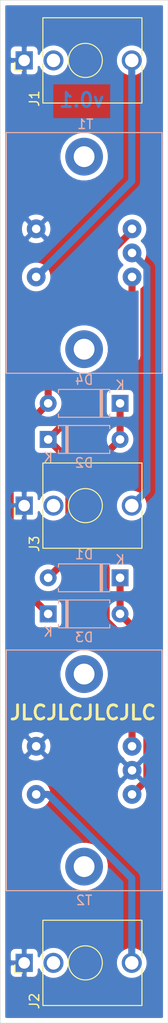
<source format=kicad_pcb>
(kicad_pcb (version 20171130) (host pcbnew "(5.1.9)-1")

  (general
    (thickness 1.6)
    (drawings 6)
    (tracks 28)
    (zones 0)
    (modules 9)
    (nets 12)
  )

  (page A4)
  (layers
    (0 F.Cu signal)
    (31 B.Cu signal)
    (32 B.Adhes user)
    (33 F.Adhes user)
    (34 B.Paste user)
    (35 F.Paste user)
    (36 B.SilkS user)
    (37 F.SilkS user)
    (38 B.Mask user)
    (39 F.Mask user)
    (40 Dwgs.User user)
    (41 Cmts.User user)
    (42 Eco1.User user)
    (43 Eco2.User user)
    (44 Edge.Cuts user)
    (45 Margin user)
    (46 B.CrtYd user)
    (47 F.CrtYd user)
    (48 B.Fab user)
    (49 F.Fab user)
  )

  (setup
    (last_trace_width 0.25)
    (user_trace_width 0.75)
    (trace_clearance 0.2)
    (zone_clearance 0.508)
    (zone_45_only no)
    (trace_min 0.2)
    (via_size 0.8)
    (via_drill 0.4)
    (via_min_size 0.4)
    (via_min_drill 0.3)
    (uvia_size 0.3)
    (uvia_drill 0.1)
    (uvias_allowed no)
    (uvia_min_size 0.2)
    (uvia_min_drill 0.1)
    (edge_width 0.05)
    (segment_width 0.2)
    (pcb_text_width 0.3)
    (pcb_text_size 1.5 1.5)
    (mod_edge_width 0.12)
    (mod_text_size 1 1)
    (mod_text_width 0.15)
    (pad_size 1.524 1.524)
    (pad_drill 0.762)
    (pad_to_mask_clearance 0)
    (aux_axis_origin 0 0)
    (visible_elements 7FFFFFFF)
    (pcbplotparams
      (layerselection 0x010fc_ffffffff)
      (usegerberextensions true)
      (usegerberattributes false)
      (usegerberadvancedattributes false)
      (creategerberjobfile false)
      (excludeedgelayer true)
      (linewidth 0.100000)
      (plotframeref false)
      (viasonmask false)
      (mode 1)
      (useauxorigin false)
      (hpglpennumber 1)
      (hpglpenspeed 20)
      (hpglpendiameter 15.000000)
      (psnegative false)
      (psa4output false)
      (plotreference true)
      (plotvalue false)
      (plotinvisibletext false)
      (padsonsilk false)
      (subtractmaskfromsilk true)
      (outputformat 1)
      (mirror false)
      (drillshape 0)
      (scaleselection 1)
      (outputdirectory "plot"))
  )

  (net 0 "")
  (net 1 "Net-(D1-Pad2)")
  (net 2 "Net-(D1-Pad1)")
  (net 3 "Net-(D2-Pad2)")
  (net 4 "Net-(D3-Pad1)")
  (net 5 "Net-(J1-PadT)")
  (net 6 "Net-(J1-PadTN)")
  (net 7 "Net-(J2-PadT)")
  (net 8 "Net-(J2-PadTN)")
  (net 9 "Net-(J3-PadT)")
  (net 10 "Net-(J3-PadTN)")
  (net 11 GND)

  (net_class Default "This is the default net class."
    (clearance 0.2)
    (trace_width 0.25)
    (via_dia 0.8)
    (via_drill 0.4)
    (uvia_dia 0.3)
    (uvia_drill 0.1)
    (add_net GND)
    (add_net "Net-(D1-Pad1)")
    (add_net "Net-(D1-Pad2)")
    (add_net "Net-(D2-Pad2)")
    (add_net "Net-(D3-Pad1)")
    (add_net "Net-(J1-PadT)")
    (add_net "Net-(J1-PadTN)")
    (add_net "Net-(J2-PadT)")
    (add_net "Net-(J2-PadTN)")
    (add_net "Net-(J3-PadT)")
    (add_net "Net-(J3-PadTN)")
  )

  (module Custom:audio_transformer (layer B.Cu) (tedit 65DACFEA) (tstamp 65DB4EED)
    (at 21.59 119.38 270)
    (path /65DAEB27)
    (fp_text reference T2 (at 13.716 -5.08) (layer B.SilkS)
      (effects (font (size 1 1) (thickness 0.15)) (justify mirror))
    )
    (fp_text value Transformer_1P_SS (at 0.508 2.286 270) (layer B.Fab) hide
      (effects (font (size 1 1) (thickness 0.15)) (justify mirror))
    )
    (fp_line (start -12.7 3.175) (end 12.7 3.175) (layer B.SilkS) (width 0.12))
    (fp_line (start 12.7 3.175) (end 12.7 -13.335) (layer B.SilkS) (width 0.12))
    (fp_line (start 12.7 -13.335) (end -12.7 -13.335) (layer B.SilkS) (width 0.12))
    (fp_line (start -12.7 -13.335) (end -12.7 3.175) (layer B.SilkS) (width 0.12))
    (pad 5 thru_hole circle (at 2.54 -10.16 270) (size 2 2) (drill 0.9) (layers *.Cu *.Mask)
      (net 2 "Net-(D1-Pad1)"))
    (pad 4 thru_hole circle (at 0 -10.16 270) (size 2 2) (drill 0.9) (layers *.Cu *.Mask)
      (net 11 GND))
    (pad 3 thru_hole circle (at -2.54 -10.16 270) (size 2 2) (drill 0.9) (layers *.Cu *.Mask)
      (net 3 "Net-(D2-Pad2)"))
    (pad 2 thru_hole circle (at -2.54 0 270) (size 2 2) (drill 0.9) (layers *.Cu *.Mask)
      (net 11 GND))
    (pad 1 thru_hole circle (at 2.54 0 270) (size 2 2) (drill 0.9) (layers *.Cu *.Mask)
      (net 7 "Net-(J2-PadT)"))
    (pad "" thru_hole circle (at 10.16 -5.08 270) (size 4 4) (drill 2.2) (layers *.Cu *.Mask))
    (pad "" thru_hole circle (at -10.16 -5.08 270) (size 4 4) (drill 2.2) (layers *.Cu *.Mask))
  )

  (module Custom:audio_transformer (layer B.Cu) (tedit 65DACFEA) (tstamp 65DB4EDE)
    (at 21.59 64.77 270)
    (path /65DADB6C)
    (fp_text reference T1 (at -13.589 -5.207) (layer B.SilkS)
      (effects (font (size 1 1) (thickness 0.15)) (justify mirror))
    )
    (fp_text value Transformer_1P_SS (at -0.127 2.286 270) (layer B.Fab) hide
      (effects (font (size 1 1) (thickness 0.15)) (justify mirror))
    )
    (fp_line (start -12.7 3.175) (end 12.7 3.175) (layer B.SilkS) (width 0.12))
    (fp_line (start 12.7 3.175) (end 12.7 -13.335) (layer B.SilkS) (width 0.12))
    (fp_line (start 12.7 -13.335) (end -12.7 -13.335) (layer B.SilkS) (width 0.12))
    (fp_line (start -12.7 -13.335) (end -12.7 3.175) (layer B.SilkS) (width 0.12))
    (pad 5 thru_hole circle (at 2.54 -10.16 270) (size 2 2) (drill 0.9) (layers *.Cu *.Mask)
      (net 1 "Net-(D1-Pad2)"))
    (pad 4 thru_hole circle (at 0 -10.16 270) (size 2 2) (drill 0.9) (layers *.Cu *.Mask)
      (net 9 "Net-(J3-PadT)"))
    (pad 3 thru_hole circle (at -2.54 -10.16 270) (size 2 2) (drill 0.9) (layers *.Cu *.Mask)
      (net 4 "Net-(D3-Pad1)"))
    (pad 2 thru_hole circle (at -2.54 0 270) (size 2 2) (drill 0.9) (layers *.Cu *.Mask)
      (net 11 GND))
    (pad 1 thru_hole circle (at 2.54 0 270) (size 2 2) (drill 0.9) (layers *.Cu *.Mask)
      (net 5 "Net-(J1-PadT)"))
    (pad "" thru_hole circle (at 10.16 -5.08 270) (size 4 4) (drill 2.2) (layers *.Cu *.Mask))
    (pad "" thru_hole circle (at -10.16 -5.08 270) (size 4 4) (drill 2.2) (layers *.Cu *.Mask))
  )

  (module Connector_Audio:Jack_3.5mm_QingPu_WQP-PJ398SM_Vertical_CircularHoles (layer F.Cu) (tedit 5C2B6BB2) (tstamp 65DB4ECF)
    (at 20.32 91.44 90)
    (descr "TRS 3.5mm, vertical, Thonkiconn, PCB mount, (http://www.qingpu-electronics.com/en/products/WQP-PJ398SM-362.html)")
    (tags "WQP-PJ398SM WQP-PJ301M-12 TRS 3.5mm mono vertical jack thonkiconn qingpu")
    (path /65DAFE2D)
    (fp_text reference J3 (at -4.03 1.08 270) (layer F.SilkS)
      (effects (font (size 1 1) (thickness 0.15)))
    )
    (fp_text value Carrier (at 0 5 270) (layer F.Fab)
      (effects (font (size 1 1) (thickness 0.15)))
    )
    (fp_line (start -5 12.98) (end -5 -1.42) (layer F.CrtYd) (width 0.05))
    (fp_line (start -4.5 12.48) (end -4.5 2.08) (layer F.Fab) (width 0.1))
    (fp_line (start -4.5 1.98) (end -4.5 12.48) (layer F.SilkS) (width 0.12))
    (fp_line (start 4.5 1.98) (end 4.5 12.48) (layer F.SilkS) (width 0.12))
    (fp_circle (center 0 6.48) (end 1.5 6.48) (layer Dwgs.User) (width 0.12))
    (fp_line (start 0.09 7.96) (end 1.48 6.57) (layer Dwgs.User) (width 0.12))
    (fp_line (start -0.58 7.83) (end 1.36 5.89) (layer Dwgs.User) (width 0.12))
    (fp_line (start -1.07 7.49) (end 1.01 5.41) (layer Dwgs.User) (width 0.12))
    (fp_line (start -1.42 6.875) (end 0.4 5.06) (layer Dwgs.User) (width 0.12))
    (fp_line (start -1.41 6.02) (end -0.46 5.07) (layer Dwgs.User) (width 0.12))
    (fp_line (start 4.5 12.48) (end 0.5 12.48) (layer F.SilkS) (width 0.12))
    (fp_line (start -0.5 12.48) (end -4.5 12.48) (layer F.SilkS) (width 0.12))
    (fp_line (start 4.5 1.98) (end 0.35 1.98) (layer F.SilkS) (width 0.12))
    (fp_line (start -0.35 1.98) (end -4.5 1.98) (layer F.SilkS) (width 0.12))
    (fp_circle (center 0 6.48) (end 1.8 6.48) (layer F.SilkS) (width 0.12))
    (fp_line (start -1.06 -1) (end -1.06 -0.2) (layer F.SilkS) (width 0.12))
    (fp_line (start -1.06 -1) (end -0.2 -1) (layer F.SilkS) (width 0.12))
    (fp_line (start 4.5 12.48) (end 4.5 2.08) (layer F.Fab) (width 0.1))
    (fp_line (start 4.5 12.48) (end -4.5 12.48) (layer F.Fab) (width 0.1))
    (fp_line (start 5 12.98) (end 5 -1.42) (layer F.CrtYd) (width 0.05))
    (fp_line (start 5 12.98) (end -5 12.98) (layer F.CrtYd) (width 0.05))
    (fp_line (start 5 -1.42) (end -5 -1.42) (layer F.CrtYd) (width 0.05))
    (fp_line (start 4.5 2.03) (end -4.5 2.03) (layer F.Fab) (width 0.1))
    (fp_circle (center 0 6.48) (end 1.8 6.48) (layer F.Fab) (width 0.1))
    (fp_line (start 0 0) (end 0 2.03) (layer F.Fab) (width 0.1))
    (fp_text user %R (at 0 8 270) (layer F.Fab)
      (effects (font (size 1 1) (thickness 0.15)))
    )
    (fp_text user KEEPOUT (at 0 6.48 90) (layer Cmts.User)
      (effects (font (size 0.4 0.4) (thickness 0.051)))
    )
    (pad T thru_hole circle (at 0 11.4 270) (size 2.13 2.13) (drill 1.43) (layers *.Cu *.Mask)
      (net 9 "Net-(J3-PadT)"))
    (pad S thru_hole rect (at 0 0 270) (size 1.93 1.83) (drill 1.22) (layers *.Cu *.Mask)
      (net 11 GND))
    (pad TN thru_hole circle (at 0 3.1 270) (size 2.13 2.13) (drill 1.42) (layers *.Cu *.Mask)
      (net 10 "Net-(J3-PadTN)"))
    (model ${KISYS3DMOD}/Connector_Audio.3dshapes/Jack_3.5mm_QingPu_WQP-PJ398SM_Vertical.wrl
      (at (xyz 0 0 0))
      (scale (xyz 1 1 1))
      (rotate (xyz 0 0 0))
    )
  )

  (module Connector_Audio:Jack_3.5mm_QingPu_WQP-PJ398SM_Vertical_CircularHoles (layer F.Cu) (tedit 5C2B6BB2) (tstamp 65DB4EAD)
    (at 20.32 139.7 90)
    (descr "TRS 3.5mm, vertical, Thonkiconn, PCB mount, (http://www.qingpu-electronics.com/en/products/WQP-PJ398SM-362.html)")
    (tags "WQP-PJ398SM WQP-PJ301M-12 TRS 3.5mm mono vertical jack thonkiconn qingpu")
    (path /65DB651E)
    (fp_text reference J2 (at -4.03 1.08 270) (layer F.SilkS)
      (effects (font (size 1 1) (thickness 0.15)))
    )
    (fp_text value Output (at 0 5 270) (layer F.Fab)
      (effects (font (size 1 1) (thickness 0.15)))
    )
    (fp_line (start -5 12.98) (end -5 -1.42) (layer F.CrtYd) (width 0.05))
    (fp_line (start -4.5 12.48) (end -4.5 2.08) (layer F.Fab) (width 0.1))
    (fp_line (start -4.5 1.98) (end -4.5 12.48) (layer F.SilkS) (width 0.12))
    (fp_line (start 4.5 1.98) (end 4.5 12.48) (layer F.SilkS) (width 0.12))
    (fp_circle (center 0 6.48) (end 1.5 6.48) (layer Dwgs.User) (width 0.12))
    (fp_line (start 0.09 7.96) (end 1.48 6.57) (layer Dwgs.User) (width 0.12))
    (fp_line (start -0.58 7.83) (end 1.36 5.89) (layer Dwgs.User) (width 0.12))
    (fp_line (start -1.07 7.49) (end 1.01 5.41) (layer Dwgs.User) (width 0.12))
    (fp_line (start -1.42 6.875) (end 0.4 5.06) (layer Dwgs.User) (width 0.12))
    (fp_line (start -1.41 6.02) (end -0.46 5.07) (layer Dwgs.User) (width 0.12))
    (fp_line (start 4.5 12.48) (end 0.5 12.48) (layer F.SilkS) (width 0.12))
    (fp_line (start -0.5 12.48) (end -4.5 12.48) (layer F.SilkS) (width 0.12))
    (fp_line (start 4.5 1.98) (end 0.35 1.98) (layer F.SilkS) (width 0.12))
    (fp_line (start -0.35 1.98) (end -4.5 1.98) (layer F.SilkS) (width 0.12))
    (fp_circle (center 0 6.48) (end 1.8 6.48) (layer F.SilkS) (width 0.12))
    (fp_line (start -1.06 -1) (end -1.06 -0.2) (layer F.SilkS) (width 0.12))
    (fp_line (start -1.06 -1) (end -0.2 -1) (layer F.SilkS) (width 0.12))
    (fp_line (start 4.5 12.48) (end 4.5 2.08) (layer F.Fab) (width 0.1))
    (fp_line (start 4.5 12.48) (end -4.5 12.48) (layer F.Fab) (width 0.1))
    (fp_line (start 5 12.98) (end 5 -1.42) (layer F.CrtYd) (width 0.05))
    (fp_line (start 5 12.98) (end -5 12.98) (layer F.CrtYd) (width 0.05))
    (fp_line (start 5 -1.42) (end -5 -1.42) (layer F.CrtYd) (width 0.05))
    (fp_line (start 4.5 2.03) (end -4.5 2.03) (layer F.Fab) (width 0.1))
    (fp_circle (center 0 6.48) (end 1.8 6.48) (layer F.Fab) (width 0.1))
    (fp_line (start 0 0) (end 0 2.03) (layer F.Fab) (width 0.1))
    (fp_text user %R (at 0 8 270) (layer F.Fab)
      (effects (font (size 1 1) (thickness 0.15)))
    )
    (fp_text user KEEPOUT (at 0 6.48 90) (layer Cmts.User)
      (effects (font (size 0.4 0.4) (thickness 0.051)))
    )
    (pad T thru_hole circle (at 0 11.4 270) (size 2.13 2.13) (drill 1.43) (layers *.Cu *.Mask)
      (net 7 "Net-(J2-PadT)"))
    (pad S thru_hole rect (at 0 0 270) (size 1.93 1.83) (drill 1.22) (layers *.Cu *.Mask)
      (net 11 GND))
    (pad TN thru_hole circle (at 0 3.1 270) (size 2.13 2.13) (drill 1.42) (layers *.Cu *.Mask)
      (net 8 "Net-(J2-PadTN)"))
    (model ${KISYS3DMOD}/Connector_Audio.3dshapes/Jack_3.5mm_QingPu_WQP-PJ398SM_Vertical.wrl
      (at (xyz 0 0 0))
      (scale (xyz 1 1 1))
      (rotate (xyz 0 0 0))
    )
  )

  (module Connector_Audio:Jack_3.5mm_QingPu_WQP-PJ398SM_Vertical_CircularHoles (layer F.Cu) (tedit 5C2B6BB2) (tstamp 65DB506B)
    (at 20.32 44.45 90)
    (descr "TRS 3.5mm, vertical, Thonkiconn, PCB mount, (http://www.qingpu-electronics.com/en/products/WQP-PJ398SM-362.html)")
    (tags "WQP-PJ398SM WQP-PJ301M-12 TRS 3.5mm mono vertical jack thonkiconn qingpu")
    (path /65DAC997)
    (fp_text reference J1 (at -4.03 1.08 270) (layer F.SilkS)
      (effects (font (size 1 1) (thickness 0.15)))
    )
    (fp_text value Input (at 0 5 270) (layer F.Fab)
      (effects (font (size 1 1) (thickness 0.15)))
    )
    (fp_line (start -5 12.98) (end -5 -1.42) (layer F.CrtYd) (width 0.05))
    (fp_line (start -4.5 12.48) (end -4.5 2.08) (layer F.Fab) (width 0.1))
    (fp_line (start -4.5 1.98) (end -4.5 12.48) (layer F.SilkS) (width 0.12))
    (fp_line (start 4.5 1.98) (end 4.5 12.48) (layer F.SilkS) (width 0.12))
    (fp_circle (center 0 6.48) (end 1.5 6.48) (layer Dwgs.User) (width 0.12))
    (fp_line (start 0.09 7.96) (end 1.48 6.57) (layer Dwgs.User) (width 0.12))
    (fp_line (start -0.58 7.83) (end 1.36 5.89) (layer Dwgs.User) (width 0.12))
    (fp_line (start -1.07 7.49) (end 1.01 5.41) (layer Dwgs.User) (width 0.12))
    (fp_line (start -1.42 6.875) (end 0.4 5.06) (layer Dwgs.User) (width 0.12))
    (fp_line (start -1.41 6.02) (end -0.46 5.07) (layer Dwgs.User) (width 0.12))
    (fp_line (start 4.5 12.48) (end 0.5 12.48) (layer F.SilkS) (width 0.12))
    (fp_line (start -0.5 12.48) (end -4.5 12.48) (layer F.SilkS) (width 0.12))
    (fp_line (start 4.5 1.98) (end 0.35 1.98) (layer F.SilkS) (width 0.12))
    (fp_line (start -0.35 1.98) (end -4.5 1.98) (layer F.SilkS) (width 0.12))
    (fp_circle (center 0 6.48) (end 1.8 6.48) (layer F.SilkS) (width 0.12))
    (fp_line (start -1.06 -1) (end -1.06 -0.2) (layer F.SilkS) (width 0.12))
    (fp_line (start -1.06 -1) (end -0.2 -1) (layer F.SilkS) (width 0.12))
    (fp_line (start 4.5 12.48) (end 4.5 2.08) (layer F.Fab) (width 0.1))
    (fp_line (start 4.5 12.48) (end -4.5 12.48) (layer F.Fab) (width 0.1))
    (fp_line (start 5 12.98) (end 5 -1.42) (layer F.CrtYd) (width 0.05))
    (fp_line (start 5 12.98) (end -5 12.98) (layer F.CrtYd) (width 0.05))
    (fp_line (start 5 -1.42) (end -5 -1.42) (layer F.CrtYd) (width 0.05))
    (fp_line (start 4.5 2.03) (end -4.5 2.03) (layer F.Fab) (width 0.1))
    (fp_circle (center 0 6.48) (end 1.8 6.48) (layer F.Fab) (width 0.1))
    (fp_line (start 0 0) (end 0 2.03) (layer F.Fab) (width 0.1))
    (fp_text user %R (at 0 8 270) (layer F.Fab)
      (effects (font (size 1 1) (thickness 0.15)))
    )
    (fp_text user KEEPOUT (at 0 6.48 90) (layer Cmts.User)
      (effects (font (size 0.4 0.4) (thickness 0.051)))
    )
    (pad T thru_hole circle (at 0 11.4 270) (size 2.13 2.13) (drill 1.43) (layers *.Cu *.Mask)
      (net 5 "Net-(J1-PadT)"))
    (pad S thru_hole rect (at 0 0 270) (size 1.93 1.83) (drill 1.22) (layers *.Cu *.Mask)
      (net 11 GND))
    (pad TN thru_hole circle (at 0 3.1 270) (size 2.13 2.13) (drill 1.42) (layers *.Cu *.Mask)
      (net 6 "Net-(J1-PadTN)"))
    (model ${KISYS3DMOD}/Connector_Audio.3dshapes/Jack_3.5mm_QingPu_WQP-PJ398SM_Vertical.wrl
      (at (xyz 0 0 0))
      (scale (xyz 1 1 1))
      (rotate (xyz 0 0 0))
    )
  )

  (module Diode_THT:D_A-405_P7.62mm_Horizontal (layer B.Cu) (tedit 5AE50CD5) (tstamp 65DB4E69)
    (at 30.48 80.645 180)
    (descr "Diode, A-405 series, Axial, Horizontal, pin pitch=7.62mm, , length*diameter=5.2*2.7mm^2, , http://www.diodes.com/_files/packages/A-405.pdf")
    (tags "Diode A-405 series Axial Horizontal pin pitch 7.62mm  length 5.2mm diameter 2.7mm")
    (path /65DB2E80)
    (fp_text reference D4 (at 3.81 2.47) (layer B.SilkS)
      (effects (font (size 1 1) (thickness 0.15)) (justify mirror))
    )
    (fp_text value D (at 3.81 -2.47) (layer B.Fab)
      (effects (font (size 1 1) (thickness 0.15)) (justify mirror))
    )
    (fp_line (start 1.21 1.35) (end 1.21 -1.35) (layer B.Fab) (width 0.1))
    (fp_line (start 1.21 -1.35) (end 6.41 -1.35) (layer B.Fab) (width 0.1))
    (fp_line (start 6.41 -1.35) (end 6.41 1.35) (layer B.Fab) (width 0.1))
    (fp_line (start 6.41 1.35) (end 1.21 1.35) (layer B.Fab) (width 0.1))
    (fp_line (start 0 0) (end 1.21 0) (layer B.Fab) (width 0.1))
    (fp_line (start 7.62 0) (end 6.41 0) (layer B.Fab) (width 0.1))
    (fp_line (start 1.99 1.35) (end 1.99 -1.35) (layer B.Fab) (width 0.1))
    (fp_line (start 2.09 1.35) (end 2.09 -1.35) (layer B.Fab) (width 0.1))
    (fp_line (start 1.89 1.35) (end 1.89 -1.35) (layer B.Fab) (width 0.1))
    (fp_line (start 1.09 1.14) (end 1.09 1.47) (layer B.SilkS) (width 0.12))
    (fp_line (start 1.09 1.47) (end 6.53 1.47) (layer B.SilkS) (width 0.12))
    (fp_line (start 6.53 1.47) (end 6.53 1.14) (layer B.SilkS) (width 0.12))
    (fp_line (start 1.09 -1.14) (end 1.09 -1.47) (layer B.SilkS) (width 0.12))
    (fp_line (start 1.09 -1.47) (end 6.53 -1.47) (layer B.SilkS) (width 0.12))
    (fp_line (start 6.53 -1.47) (end 6.53 -1.14) (layer B.SilkS) (width 0.12))
    (fp_line (start 1.99 1.47) (end 1.99 -1.47) (layer B.SilkS) (width 0.12))
    (fp_line (start 2.11 1.47) (end 2.11 -1.47) (layer B.SilkS) (width 0.12))
    (fp_line (start 1.87 1.47) (end 1.87 -1.47) (layer B.SilkS) (width 0.12))
    (fp_line (start -1.15 1.6) (end -1.15 -1.6) (layer B.CrtYd) (width 0.05))
    (fp_line (start -1.15 -1.6) (end 8.77 -1.6) (layer B.CrtYd) (width 0.05))
    (fp_line (start 8.77 -1.6) (end 8.77 1.6) (layer B.CrtYd) (width 0.05))
    (fp_line (start 8.77 1.6) (end -1.15 1.6) (layer B.CrtYd) (width 0.05))
    (fp_text user K (at 0 1.9) (layer B.SilkS)
      (effects (font (size 1 1) (thickness 0.15)) (justify mirror))
    )
    (fp_text user K (at 0 1.9) (layer B.Fab)
      (effects (font (size 1 1) (thickness 0.15)) (justify mirror))
    )
    (fp_text user %R (at 4.2 0) (layer B.Fab)
      (effects (font (size 1 1) (thickness 0.15)) (justify mirror))
    )
    (pad 2 thru_hole oval (at 7.62 0 180) (size 1.8 1.8) (drill 0.9) (layers *.Cu *.Mask)
      (net 4 "Net-(D3-Pad1)"))
    (pad 1 thru_hole rect (at 0 0 180) (size 1.8 1.8) (drill 0.9) (layers *.Cu *.Mask)
      (net 3 "Net-(D2-Pad2)"))
    (model ${KISYS3DMOD}/Diode_THT.3dshapes/D_A-405_P7.62mm_Horizontal.wrl
      (at (xyz 0 0 0))
      (scale (xyz 1 1 1))
      (rotate (xyz 0 0 0))
    )
  )

  (module Diode_THT:D_A-405_P7.62mm_Horizontal (layer B.Cu) (tedit 5AE50CD5) (tstamp 65DB4E4A)
    (at 22.86 102.87)
    (descr "Diode, A-405 series, Axial, Horizontal, pin pitch=7.62mm, , length*diameter=5.2*2.7mm^2, , http://www.diodes.com/_files/packages/A-405.pdf")
    (tags "Diode A-405 series Axial Horizontal pin pitch 7.62mm  length 5.2mm diameter 2.7mm")
    (path /65DB261B)
    (fp_text reference D3 (at 3.81 2.47) (layer B.SilkS)
      (effects (font (size 1 1) (thickness 0.15)) (justify mirror))
    )
    (fp_text value D (at 3.81 -2.47) (layer B.Fab)
      (effects (font (size 1 1) (thickness 0.15)) (justify mirror))
    )
    (fp_line (start 1.21 1.35) (end 1.21 -1.35) (layer B.Fab) (width 0.1))
    (fp_line (start 1.21 -1.35) (end 6.41 -1.35) (layer B.Fab) (width 0.1))
    (fp_line (start 6.41 -1.35) (end 6.41 1.35) (layer B.Fab) (width 0.1))
    (fp_line (start 6.41 1.35) (end 1.21 1.35) (layer B.Fab) (width 0.1))
    (fp_line (start 0 0) (end 1.21 0) (layer B.Fab) (width 0.1))
    (fp_line (start 7.62 0) (end 6.41 0) (layer B.Fab) (width 0.1))
    (fp_line (start 1.99 1.35) (end 1.99 -1.35) (layer B.Fab) (width 0.1))
    (fp_line (start 2.09 1.35) (end 2.09 -1.35) (layer B.Fab) (width 0.1))
    (fp_line (start 1.89 1.35) (end 1.89 -1.35) (layer B.Fab) (width 0.1))
    (fp_line (start 1.09 1.14) (end 1.09 1.47) (layer B.SilkS) (width 0.12))
    (fp_line (start 1.09 1.47) (end 6.53 1.47) (layer B.SilkS) (width 0.12))
    (fp_line (start 6.53 1.47) (end 6.53 1.14) (layer B.SilkS) (width 0.12))
    (fp_line (start 1.09 -1.14) (end 1.09 -1.47) (layer B.SilkS) (width 0.12))
    (fp_line (start 1.09 -1.47) (end 6.53 -1.47) (layer B.SilkS) (width 0.12))
    (fp_line (start 6.53 -1.47) (end 6.53 -1.14) (layer B.SilkS) (width 0.12))
    (fp_line (start 1.99 1.47) (end 1.99 -1.47) (layer B.SilkS) (width 0.12))
    (fp_line (start 2.11 1.47) (end 2.11 -1.47) (layer B.SilkS) (width 0.12))
    (fp_line (start 1.87 1.47) (end 1.87 -1.47) (layer B.SilkS) (width 0.12))
    (fp_line (start -1.15 1.6) (end -1.15 -1.6) (layer B.CrtYd) (width 0.05))
    (fp_line (start -1.15 -1.6) (end 8.77 -1.6) (layer B.CrtYd) (width 0.05))
    (fp_line (start 8.77 -1.6) (end 8.77 1.6) (layer B.CrtYd) (width 0.05))
    (fp_line (start 8.77 1.6) (end -1.15 1.6) (layer B.CrtYd) (width 0.05))
    (fp_text user K (at 0 1.9) (layer B.SilkS)
      (effects (font (size 1 1) (thickness 0.15)) (justify mirror))
    )
    (fp_text user K (at 0 1.9) (layer B.Fab)
      (effects (font (size 1 1) (thickness 0.15)) (justify mirror))
    )
    (fp_text user %R (at 4.2 0) (layer B.Fab)
      (effects (font (size 1 1) (thickness 0.15)) (justify mirror))
    )
    (pad 2 thru_hole oval (at 7.62 0) (size 1.8 1.8) (drill 0.9) (layers *.Cu *.Mask)
      (net 2 "Net-(D1-Pad1)"))
    (pad 1 thru_hole rect (at 0 0) (size 1.8 1.8) (drill 0.9) (layers *.Cu *.Mask)
      (net 4 "Net-(D3-Pad1)"))
    (model ${KISYS3DMOD}/Diode_THT.3dshapes/D_A-405_P7.62mm_Horizontal.wrl
      (at (xyz 0 0 0))
      (scale (xyz 1 1 1))
      (rotate (xyz 0 0 0))
    )
  )

  (module Diode_THT:D_A-405_P7.62mm_Horizontal (layer B.Cu) (tedit 5AE50CD5) (tstamp 65DB4E2B)
    (at 22.86 84.455)
    (descr "Diode, A-405 series, Axial, Horizontal, pin pitch=7.62mm, , length*diameter=5.2*2.7mm^2, , http://www.diodes.com/_files/packages/A-405.pdf")
    (tags "Diode A-405 series Axial Horizontal pin pitch 7.62mm  length 5.2mm diameter 2.7mm")
    (path /65DB3297)
    (fp_text reference D2 (at 3.81 2.47) (layer B.SilkS)
      (effects (font (size 1 1) (thickness 0.15)) (justify mirror))
    )
    (fp_text value D (at 3.81 -2.47) (layer B.Fab)
      (effects (font (size 1 1) (thickness 0.15)) (justify mirror))
    )
    (fp_line (start 1.21 1.35) (end 1.21 -1.35) (layer B.Fab) (width 0.1))
    (fp_line (start 1.21 -1.35) (end 6.41 -1.35) (layer B.Fab) (width 0.1))
    (fp_line (start 6.41 -1.35) (end 6.41 1.35) (layer B.Fab) (width 0.1))
    (fp_line (start 6.41 1.35) (end 1.21 1.35) (layer B.Fab) (width 0.1))
    (fp_line (start 0 0) (end 1.21 0) (layer B.Fab) (width 0.1))
    (fp_line (start 7.62 0) (end 6.41 0) (layer B.Fab) (width 0.1))
    (fp_line (start 1.99 1.35) (end 1.99 -1.35) (layer B.Fab) (width 0.1))
    (fp_line (start 2.09 1.35) (end 2.09 -1.35) (layer B.Fab) (width 0.1))
    (fp_line (start 1.89 1.35) (end 1.89 -1.35) (layer B.Fab) (width 0.1))
    (fp_line (start 1.09 1.14) (end 1.09 1.47) (layer B.SilkS) (width 0.12))
    (fp_line (start 1.09 1.47) (end 6.53 1.47) (layer B.SilkS) (width 0.12))
    (fp_line (start 6.53 1.47) (end 6.53 1.14) (layer B.SilkS) (width 0.12))
    (fp_line (start 1.09 -1.14) (end 1.09 -1.47) (layer B.SilkS) (width 0.12))
    (fp_line (start 1.09 -1.47) (end 6.53 -1.47) (layer B.SilkS) (width 0.12))
    (fp_line (start 6.53 -1.47) (end 6.53 -1.14) (layer B.SilkS) (width 0.12))
    (fp_line (start 1.99 1.47) (end 1.99 -1.47) (layer B.SilkS) (width 0.12))
    (fp_line (start 2.11 1.47) (end 2.11 -1.47) (layer B.SilkS) (width 0.12))
    (fp_line (start 1.87 1.47) (end 1.87 -1.47) (layer B.SilkS) (width 0.12))
    (fp_line (start -1.15 1.6) (end -1.15 -1.6) (layer B.CrtYd) (width 0.05))
    (fp_line (start -1.15 -1.6) (end 8.77 -1.6) (layer B.CrtYd) (width 0.05))
    (fp_line (start 8.77 -1.6) (end 8.77 1.6) (layer B.CrtYd) (width 0.05))
    (fp_line (start 8.77 1.6) (end -1.15 1.6) (layer B.CrtYd) (width 0.05))
    (fp_text user K (at 0 1.9) (layer B.SilkS)
      (effects (font (size 1 1) (thickness 0.15)) (justify mirror))
    )
    (fp_text user K (at 0 1.9) (layer B.Fab)
      (effects (font (size 1 1) (thickness 0.15)) (justify mirror))
    )
    (fp_text user %R (at 4.2 0) (layer B.Fab)
      (effects (font (size 1 1) (thickness 0.15)) (justify mirror))
    )
    (pad 2 thru_hole oval (at 7.62 0) (size 1.8 1.8) (drill 0.9) (layers *.Cu *.Mask)
      (net 3 "Net-(D2-Pad2)"))
    (pad 1 thru_hole rect (at 0 0) (size 1.8 1.8) (drill 0.9) (layers *.Cu *.Mask)
      (net 1 "Net-(D1-Pad2)"))
    (model ${KISYS3DMOD}/Diode_THT.3dshapes/D_A-405_P7.62mm_Horizontal.wrl
      (at (xyz 0 0 0))
      (scale (xyz 1 1 1))
      (rotate (xyz 0 0 0))
    )
  )

  (module Diode_THT:D_A-405_P7.62mm_Horizontal (layer B.Cu) (tedit 5AE50CD5) (tstamp 65DB4E0C)
    (at 30.48 99.06 180)
    (descr "Diode, A-405 series, Axial, Horizontal, pin pitch=7.62mm, , length*diameter=5.2*2.7mm^2, , http://www.diodes.com/_files/packages/A-405.pdf")
    (tags "Diode A-405 series Axial Horizontal pin pitch 7.62mm  length 5.2mm diameter 2.7mm")
    (path /65DB1E6F)
    (fp_text reference D1 (at 3.81 2.47) (layer B.SilkS)
      (effects (font (size 1 1) (thickness 0.15)) (justify mirror))
    )
    (fp_text value D (at 3.81 -2.47) (layer B.Fab)
      (effects (font (size 1 1) (thickness 0.15)) (justify mirror))
    )
    (fp_line (start 1.21 1.35) (end 1.21 -1.35) (layer B.Fab) (width 0.1))
    (fp_line (start 1.21 -1.35) (end 6.41 -1.35) (layer B.Fab) (width 0.1))
    (fp_line (start 6.41 -1.35) (end 6.41 1.35) (layer B.Fab) (width 0.1))
    (fp_line (start 6.41 1.35) (end 1.21 1.35) (layer B.Fab) (width 0.1))
    (fp_line (start 0 0) (end 1.21 0) (layer B.Fab) (width 0.1))
    (fp_line (start 7.62 0) (end 6.41 0) (layer B.Fab) (width 0.1))
    (fp_line (start 1.99 1.35) (end 1.99 -1.35) (layer B.Fab) (width 0.1))
    (fp_line (start 2.09 1.35) (end 2.09 -1.35) (layer B.Fab) (width 0.1))
    (fp_line (start 1.89 1.35) (end 1.89 -1.35) (layer B.Fab) (width 0.1))
    (fp_line (start 1.09 1.14) (end 1.09 1.47) (layer B.SilkS) (width 0.12))
    (fp_line (start 1.09 1.47) (end 6.53 1.47) (layer B.SilkS) (width 0.12))
    (fp_line (start 6.53 1.47) (end 6.53 1.14) (layer B.SilkS) (width 0.12))
    (fp_line (start 1.09 -1.14) (end 1.09 -1.47) (layer B.SilkS) (width 0.12))
    (fp_line (start 1.09 -1.47) (end 6.53 -1.47) (layer B.SilkS) (width 0.12))
    (fp_line (start 6.53 -1.47) (end 6.53 -1.14) (layer B.SilkS) (width 0.12))
    (fp_line (start 1.99 1.47) (end 1.99 -1.47) (layer B.SilkS) (width 0.12))
    (fp_line (start 2.11 1.47) (end 2.11 -1.47) (layer B.SilkS) (width 0.12))
    (fp_line (start 1.87 1.47) (end 1.87 -1.47) (layer B.SilkS) (width 0.12))
    (fp_line (start -1.15 1.6) (end -1.15 -1.6) (layer B.CrtYd) (width 0.05))
    (fp_line (start -1.15 -1.6) (end 8.77 -1.6) (layer B.CrtYd) (width 0.05))
    (fp_line (start 8.77 -1.6) (end 8.77 1.6) (layer B.CrtYd) (width 0.05))
    (fp_line (start 8.77 1.6) (end -1.15 1.6) (layer B.CrtYd) (width 0.05))
    (fp_text user K (at 0 1.9) (layer B.SilkS)
      (effects (font (size 1 1) (thickness 0.15)) (justify mirror))
    )
    (fp_text user K (at 0 1.9) (layer B.Fab)
      (effects (font (size 1 1) (thickness 0.15)) (justify mirror))
    )
    (fp_text user %R (at 4.2 0) (layer B.Fab)
      (effects (font (size 1 1) (thickness 0.15)) (justify mirror))
    )
    (pad 2 thru_hole oval (at 7.62 0 180) (size 1.8 1.8) (drill 0.9) (layers *.Cu *.Mask)
      (net 1 "Net-(D1-Pad2)"))
    (pad 1 thru_hole rect (at 0 0 180) (size 1.8 1.8) (drill 0.9) (layers *.Cu *.Mask)
      (net 2 "Net-(D1-Pad1)"))
    (model ${KISYS3DMOD}/Diode_THT.3dshapes/D_A-405_P7.62mm_Horizontal.wrl
      (at (xyz 0 0 0))
      (scale (xyz 1 1 1))
      (rotate (xyz 0 0 0))
    )
  )

  (gr_text v0.1 (at 26.416 48.641) (layer B.Cu)
    (effects (font (size 1.5 1.5) (thickness 0.3)) (justify mirror))
  )
  (gr_text JLCJLCJLCJLC (at 26.543 113.284) (layer F.SilkS)
    (effects (font (size 1.5 1.5) (thickness 0.3)))
  )
  (gr_line (start 35.56 38.1) (end 17.78 38.1) (layer Edge.Cuts) (width 0.05) (tstamp 65DB527E))
  (gr_line (start 35.56 146.05) (end 35.56 38.1) (layer Edge.Cuts) (width 0.05))
  (gr_line (start 17.78 146.05) (end 35.56 146.05) (layer Edge.Cuts) (width 0.05))
  (gr_line (start 17.78 38.1) (end 17.78 146.05) (layer Edge.Cuts) (width 0.05))

  (segment (start 25.060001 86.655001) (end 22.86 84.455) (width 0.75) (layer F.Cu) (net 1))
  (segment (start 25.060001 96.859999) (end 25.060001 86.655001) (width 0.75) (layer F.Cu) (net 1))
  (segment (start 22.86 99.06) (end 25.060001 96.859999) (width 0.75) (layer F.Cu) (net 1))
  (segment (start 31.75 75.565) (end 31.75 67.31) (width 0.75) (layer F.Cu) (net 1))
  (segment (start 22.86 84.455) (end 31.75 75.565) (width 0.75) (layer F.Cu) (net 1))
  (segment (start 30.48 99.06) (end 30.48 102.87) (width 0.75) (layer F.Cu) (net 2))
  (segment (start 33.325001 120.344999) (end 31.75 121.92) (width 0.75) (layer F.Cu) (net 2))
  (segment (start 33.325001 105.715001) (end 33.325001 120.344999) (width 0.75) (layer F.Cu) (net 2))
  (segment (start 30.48 102.87) (end 33.325001 105.715001) (width 0.75) (layer F.Cu) (net 2))
  (segment (start 29.004999 85.930001) (end 30.48 84.455) (width 0.75) (layer F.Cu) (net 3))
  (segment (start 29.004999 103.578001) (end 29.004999 85.930001) (width 0.75) (layer F.Cu) (net 3))
  (segment (start 31.75 106.323002) (end 29.004999 103.578001) (width 0.75) (layer F.Cu) (net 3))
  (segment (start 31.75 116.84) (end 31.75 106.323002) (width 0.75) (layer F.Cu) (net 3))
  (segment (start 30.48 84.455) (end 30.48 80.645) (width 0.75) (layer F.Cu) (net 3))
  (segment (start 18.829999 84.675001) (end 22.86 80.645) (width 0.75) (layer F.Cu) (net 4))
  (segment (start 18.829999 98.839999) (end 18.829999 84.675001) (width 0.75) (layer F.Cu) (net 4))
  (segment (start 22.86 102.87) (end 18.829999 98.839999) (width 0.75) (layer F.Cu) (net 4))
  (segment (start 31.75 62.438998) (end 31.75 62.23) (width 0.75) (layer F.Cu) (net 4))
  (segment (start 22.86 71.328998) (end 31.75 62.438998) (width 0.75) (layer F.Cu) (net 4))
  (segment (start 22.86 80.645) (end 22.86 71.328998) (width 0.75) (layer F.Cu) (net 4))
  (segment (start 31.72 57.18) (end 31.72 44.45) (width 0.75) (layer B.Cu) (net 5))
  (segment (start 21.59 67.31) (end 31.72 57.18) (width 0.75) (layer B.Cu) (net 5))
  (segment (start 22.861002 121.92) (end 21.59 121.92) (width 0.75) (layer B.Cu) (net 7))
  (segment (start 31.72 130.778998) (end 22.861002 121.92) (width 0.75) (layer B.Cu) (net 7))
  (segment (start 31.72 139.7) (end 31.72 130.778998) (width 0.75) (layer B.Cu) (net 7))
  (segment (start 33.325001 89.834999) (end 33.325001 66.345001) (width 0.75) (layer B.Cu) (net 9))
  (segment (start 33.325001 66.345001) (end 31.75 64.77) (width 0.75) (layer B.Cu) (net 9))
  (segment (start 31.72 91.44) (end 33.325001 89.834999) (width 0.75) (layer B.Cu) (net 9))

  (zone (net 11) (net_name GND) (layer B.Cu) (tstamp 65F7C0F3) (hatch edge 0.508)
    (connect_pads (clearance 0.508))
    (min_thickness 0.254)
    (fill yes (arc_segments 32) (thermal_gap 0.508) (thermal_bridge_width 0.508))
    (polygon
      (pts
        (xy 35.56 146.05) (xy 17.78 146.05) (xy 17.78 38.1) (xy 35.56 38.1)
      )
    )
    (filled_polygon
      (pts
        (xy 34.9 145.39) (xy 18.44 145.39) (xy 18.44 140.665) (xy 18.766928 140.665) (xy 18.779188 140.789482)
        (xy 18.815498 140.90918) (xy 18.874463 141.019494) (xy 18.953815 141.116185) (xy 19.050506 141.195537) (xy 19.16082 141.254502)
        (xy 19.280518 141.290812) (xy 19.405 141.303072) (xy 20.03425 141.3) (xy 20.193 141.14125) (xy 20.193 139.827)
        (xy 18.92875 139.827) (xy 18.77 139.98575) (xy 18.766928 140.665) (xy 18.44 140.665) (xy 18.44 138.735)
        (xy 18.766928 138.735) (xy 18.77 139.41425) (xy 18.92875 139.573) (xy 20.193 139.573) (xy 20.193 138.25875)
        (xy 20.447 138.25875) (xy 20.447 139.573) (xy 20.467 139.573) (xy 20.467 139.827) (xy 20.447 139.827)
        (xy 20.447 141.14125) (xy 20.60575 141.3) (xy 21.235 141.303072) (xy 21.359482 141.290812) (xy 21.47918 141.254502)
        (xy 21.589494 141.195537) (xy 21.686185 141.116185) (xy 21.765537 141.019494) (xy 21.824502 140.90918) (xy 21.860812 140.789482)
        (xy 21.873072 140.665) (xy 21.871895 140.40486) (xy 21.913479 140.505252) (xy 22.099523 140.783687) (xy 22.336313 141.020477)
        (xy 22.614748 141.206521) (xy 22.924128 141.33467) (xy 23.252565 141.4) (xy 23.587435 141.4) (xy 23.915872 141.33467)
        (xy 24.225252 141.206521) (xy 24.503687 141.020477) (xy 24.740477 140.783687) (xy 24.926521 140.505252) (xy 25.05467 140.195872)
        (xy 25.12 139.867435) (xy 25.12 139.532565) (xy 25.05467 139.204128) (xy 24.926521 138.894748) (xy 24.740477 138.616313)
        (xy 24.503687 138.379523) (xy 24.225252 138.193479) (xy 23.915872 138.06533) (xy 23.587435 138) (xy 23.252565 138)
        (xy 22.924128 138.06533) (xy 22.614748 138.193479) (xy 22.336313 138.379523) (xy 22.099523 138.616313) (xy 21.913479 138.894748)
        (xy 21.871895 138.99514) (xy 21.873072 138.735) (xy 21.860812 138.610518) (xy 21.824502 138.49082) (xy 21.765537 138.380506)
        (xy 21.686185 138.283815) (xy 21.589494 138.204463) (xy 21.47918 138.145498) (xy 21.359482 138.109188) (xy 21.235 138.096928)
        (xy 20.60575 138.1) (xy 20.447 138.25875) (xy 20.193 138.25875) (xy 20.03425 138.1) (xy 19.405 138.096928)
        (xy 19.280518 138.109188) (xy 19.16082 138.145498) (xy 19.050506 138.204463) (xy 18.953815 138.283815) (xy 18.874463 138.380506)
        (xy 18.815498 138.49082) (xy 18.779188 138.610518) (xy 18.766928 138.735) (xy 18.44 138.735) (xy 18.44 121.758967)
        (xy 19.955 121.758967) (xy 19.955 122.081033) (xy 20.017832 122.396912) (xy 20.141082 122.694463) (xy 20.320013 122.962252)
        (xy 20.547748 123.189987) (xy 20.815537 123.368918) (xy 21.113088 123.492168) (xy 21.428967 123.555) (xy 21.751033 123.555)
        (xy 22.066912 123.492168) (xy 22.364463 123.368918) (xy 22.632252 123.189987) (xy 22.667443 123.154796) (xy 26.417647 126.905)
        (xy 26.410475 126.905) (xy 25.901399 127.006261) (xy 25.421859 127.204893) (xy 24.990285 127.493262) (xy 24.623262 127.860285)
        (xy 24.334893 128.291859) (xy 24.136261 128.771399) (xy 24.035 129.280475) (xy 24.035 129.799525) (xy 24.136261 130.308601)
        (xy 24.334893 130.788141) (xy 24.623262 131.219715) (xy 24.990285 131.586738) (xy 25.421859 131.875107) (xy 25.901399 132.073739)
        (xy 26.410475 132.175) (xy 26.929525 132.175) (xy 27.438601 132.073739) (xy 27.918141 131.875107) (xy 28.349715 131.586738)
        (xy 28.716738 131.219715) (xy 29.005107 130.788141) (xy 29.203739 130.308601) (xy 29.305 129.799525) (xy 29.305 129.792353)
        (xy 30.710001 131.197354) (xy 30.71 138.330287) (xy 30.636313 138.379523) (xy 30.399523 138.616313) (xy 30.213479 138.894748)
        (xy 30.08533 139.204128) (xy 30.02 139.532565) (xy 30.02 139.867435) (xy 30.08533 140.195872) (xy 30.213479 140.505252)
        (xy 30.399523 140.783687) (xy 30.636313 141.020477) (xy 30.914748 141.206521) (xy 31.224128 141.33467) (xy 31.552565 141.4)
        (xy 31.887435 141.4) (xy 32.215872 141.33467) (xy 32.525252 141.206521) (xy 32.803687 141.020477) (xy 33.040477 140.783687)
        (xy 33.226521 140.505252) (xy 33.35467 140.195872) (xy 33.42 139.867435) (xy 33.42 139.532565) (xy 33.35467 139.204128)
        (xy 33.226521 138.894748) (xy 33.040477 138.616313) (xy 32.803687 138.379523) (xy 32.73 138.330287) (xy 32.73 130.828602)
        (xy 32.734886 130.778997) (xy 32.73 130.72939) (xy 32.715385 130.581004) (xy 32.657632 130.390618) (xy 32.563847 130.215158)
        (xy 32.437633 130.061365) (xy 32.399094 130.029737) (xy 24.128324 121.758967) (xy 30.115 121.758967) (xy 30.115 122.081033)
        (xy 30.177832 122.396912) (xy 30.301082 122.694463) (xy 30.480013 122.962252) (xy 30.707748 123.189987) (xy 30.975537 123.368918)
        (xy 31.273088 123.492168) (xy 31.588967 123.555) (xy 31.911033 123.555) (xy 32.226912 123.492168) (xy 32.524463 123.368918)
        (xy 32.792252 123.189987) (xy 33.019987 122.962252) (xy 33.198918 122.694463) (xy 33.322168 122.396912) (xy 33.385 122.081033)
        (xy 33.385 121.758967) (xy 33.322168 121.443088) (xy 33.198918 121.145537) (xy 33.019987 120.877748) (xy 32.792252 120.650013)
        (xy 32.6834 120.57728) (xy 32.705808 120.515413) (xy 31.75 119.559605) (xy 30.794192 120.515413) (xy 30.8166 120.57728)
        (xy 30.707748 120.650013) (xy 30.480013 120.877748) (xy 30.301082 121.145537) (xy 30.177832 121.443088) (xy 30.115 121.758967)
        (xy 24.128324 121.758967) (xy 23.610263 121.240906) (xy 23.578635 121.202367) (xy 23.424842 121.076153) (xy 23.249382 120.982368)
        (xy 23.058996 120.924615) (xy 22.91061 120.91) (xy 22.879489 120.906935) (xy 22.859987 120.877748) (xy 22.632252 120.650013)
        (xy 22.364463 120.471082) (xy 22.066912 120.347832) (xy 21.751033 120.285) (xy 21.428967 120.285) (xy 21.113088 120.347832)
        (xy 20.815537 120.471082) (xy 20.547748 120.650013) (xy 20.320013 120.877748) (xy 20.141082 121.145537) (xy 20.017832 121.443088)
        (xy 19.955 121.758967) (xy 18.44 121.758967) (xy 18.44 119.442595) (xy 30.108282 119.442595) (xy 30.152039 119.761675)
        (xy 30.257205 120.066088) (xy 30.350186 120.240044) (xy 30.614587 120.335808) (xy 31.570395 119.38) (xy 31.929605 119.38)
        (xy 32.885413 120.335808) (xy 33.149814 120.240044) (xy 33.290704 119.950429) (xy 33.372384 119.638892) (xy 33.391718 119.317405)
        (xy 33.347961 118.998325) (xy 33.242795 118.693912) (xy 33.149814 118.519956) (xy 32.885413 118.424192) (xy 31.929605 119.38)
        (xy 31.570395 119.38) (xy 30.614587 118.424192) (xy 30.350186 118.519956) (xy 30.209296 118.809571) (xy 30.127616 119.121108)
        (xy 30.108282 119.442595) (xy 18.44 119.442595) (xy 18.44 117.975413) (xy 20.634192 117.975413) (xy 20.729956 118.239814)
        (xy 21.019571 118.380704) (xy 21.331108 118.462384) (xy 21.652595 118.481718) (xy 21.971675 118.437961) (xy 22.276088 118.332795)
        (xy 22.450044 118.239814) (xy 22.545808 117.975413) (xy 21.59 117.019605) (xy 20.634192 117.975413) (xy 18.44 117.975413)
        (xy 18.44 116.902595) (xy 19.948282 116.902595) (xy 19.992039 117.221675) (xy 20.097205 117.526088) (xy 20.190186 117.700044)
        (xy 20.454587 117.795808) (xy 21.410395 116.84) (xy 21.769605 116.84) (xy 22.725413 117.795808) (xy 22.989814 117.700044)
        (xy 23.130704 117.410429) (xy 23.212384 117.098892) (xy 23.231718 116.777405) (xy 23.218219 116.678967) (xy 30.115 116.678967)
        (xy 30.115 117.001033) (xy 30.177832 117.316912) (xy 30.301082 117.614463) (xy 30.480013 117.882252) (xy 30.707748 118.109987)
        (xy 30.8166 118.18272) (xy 30.794192 118.244587) (xy 31.75 119.200395) (xy 32.705808 118.244587) (xy 32.6834 118.18272)
        (xy 32.792252 118.109987) (xy 33.019987 117.882252) (xy 33.198918 117.614463) (xy 33.322168 117.316912) (xy 33.385 117.001033)
        (xy 33.385 116.678967) (xy 33.322168 116.363088) (xy 33.198918 116.065537) (xy 33.019987 115.797748) (xy 32.792252 115.570013)
        (xy 32.524463 115.391082) (xy 32.226912 115.267832) (xy 31.911033 115.205) (xy 31.588967 115.205) (xy 31.273088 115.267832)
        (xy 30.975537 115.391082) (xy 30.707748 115.570013) (xy 30.480013 115.797748) (xy 30.301082 116.065537) (xy 30.177832 116.363088)
        (xy 30.115 116.678967) (xy 23.218219 116.678967) (xy 23.187961 116.458325) (xy 23.082795 116.153912) (xy 22.989814 115.979956)
        (xy 22.725413 115.884192) (xy 21.769605 116.84) (xy 21.410395 116.84) (xy 20.454587 115.884192) (xy 20.190186 115.979956)
        (xy 20.049296 116.269571) (xy 19.967616 116.581108) (xy 19.948282 116.902595) (xy 18.44 116.902595) (xy 18.44 115.704587)
        (xy 20.634192 115.704587) (xy 21.59 116.660395) (xy 22.545808 115.704587) (xy 22.450044 115.440186) (xy 22.160429 115.299296)
        (xy 21.848892 115.217616) (xy 21.527405 115.198282) (xy 21.208325 115.242039) (xy 20.903912 115.347205) (xy 20.729956 115.440186)
        (xy 20.634192 115.704587) (xy 18.44 115.704587) (xy 18.44 108.960475) (xy 24.035 108.960475) (xy 24.035 109.479525)
        (xy 24.136261 109.988601) (xy 24.334893 110.468141) (xy 24.623262 110.899715) (xy 24.990285 111.266738) (xy 25.421859 111.555107)
        (xy 25.901399 111.753739) (xy 26.410475 111.855) (xy 26.929525 111.855) (xy 27.438601 111.753739) (xy 27.918141 111.555107)
        (xy 28.349715 111.266738) (xy 28.716738 110.899715) (xy 29.005107 110.468141) (xy 29.203739 109.988601) (xy 29.305 109.479525)
        (xy 29.305 108.960475) (xy 29.203739 108.451399) (xy 29.005107 107.971859) (xy 28.716738 107.540285) (xy 28.349715 107.173262)
        (xy 27.918141 106.884893) (xy 27.438601 106.686261) (xy 26.929525 106.585) (xy 26.410475 106.585) (xy 25.901399 106.686261)
        (xy 25.421859 106.884893) (xy 24.990285 107.173262) (xy 24.623262 107.540285) (xy 24.334893 107.971859) (xy 24.136261 108.451399)
        (xy 24.035 108.960475) (xy 18.44 108.960475) (xy 18.44 101.97) (xy 21.321928 101.97) (xy 21.321928 103.77)
        (xy 21.334188 103.894482) (xy 21.370498 104.01418) (xy 21.429463 104.124494) (xy 21.508815 104.221185) (xy 21.605506 104.300537)
        (xy 21.71582 104.359502) (xy 21.835518 104.395812) (xy 21.96 104.408072) (xy 23.76 104.408072) (xy 23.884482 104.395812)
        (xy 24.00418 104.359502) (xy 24.114494 104.300537) (xy 24.211185 104.221185) (xy 24.290537 104.124494) (xy 24.349502 104.01418)
        (xy 24.385812 103.894482) (xy 24.398072 103.77) (xy 24.398072 102.718816) (xy 28.945 102.718816) (xy 28.945 103.021184)
        (xy 29.003989 103.317743) (xy 29.119701 103.597095) (xy 29.287688 103.848505) (xy 29.501495 104.062312) (xy 29.752905 104.230299)
        (xy 30.032257 104.346011) (xy 30.328816 104.405) (xy 30.631184 104.405) (xy 30.927743 104.346011) (xy 31.207095 104.230299)
        (xy 31.458505 104.062312) (xy 31.672312 103.848505) (xy 31.840299 103.597095) (xy 31.956011 103.317743) (xy 32.015 103.021184)
        (xy 32.015 102.718816) (xy 31.956011 102.422257) (xy 31.840299 102.142905) (xy 31.672312 101.891495) (xy 31.458505 101.677688)
        (xy 31.207095 101.509701) (xy 30.927743 101.393989) (xy 30.631184 101.335) (xy 30.328816 101.335) (xy 30.032257 101.393989)
        (xy 29.752905 101.509701) (xy 29.501495 101.677688) (xy 29.287688 101.891495) (xy 29.119701 102.142905) (xy 29.003989 102.422257)
        (xy 28.945 102.718816) (xy 24.398072 102.718816) (xy 24.398072 101.97) (xy 24.385812 101.845518) (xy 24.349502 101.72582)
        (xy 24.290537 101.615506) (xy 24.211185 101.518815) (xy 24.114494 101.439463) (xy 24.00418 101.380498) (xy 23.884482 101.344188)
        (xy 23.76 101.331928) (xy 21.96 101.331928) (xy 21.835518 101.344188) (xy 21.71582 101.380498) (xy 21.605506 101.439463)
        (xy 21.508815 101.518815) (xy 21.429463 101.615506) (xy 21.370498 101.72582) (xy 21.334188 101.845518) (xy 21.321928 101.97)
        (xy 18.44 101.97) (xy 18.44 98.908816) (xy 21.325 98.908816) (xy 21.325 99.211184) (xy 21.383989 99.507743)
        (xy 21.499701 99.787095) (xy 21.667688 100.038505) (xy 21.881495 100.252312) (xy 22.132905 100.420299) (xy 22.412257 100.536011)
        (xy 22.708816 100.595) (xy 23.011184 100.595) (xy 23.307743 100.536011) (xy 23.587095 100.420299) (xy 23.838505 100.252312)
        (xy 24.052312 100.038505) (xy 24.220299 99.787095) (xy 24.336011 99.507743) (xy 24.395 99.211184) (xy 24.395 98.908816)
        (xy 24.336011 98.612257) (xy 24.220299 98.332905) (xy 24.104768 98.16) (xy 28.941928 98.16) (xy 28.941928 99.96)
        (xy 28.954188 100.084482) (xy 28.990498 100.20418) (xy 29.049463 100.314494) (xy 29.128815 100.411185) (xy 29.225506 100.490537)
        (xy 29.33582 100.549502) (xy 29.455518 100.585812) (xy 29.58 100.598072) (xy 31.38 100.598072) (xy 31.504482 100.585812)
        (xy 31.62418 100.549502) (xy 31.734494 100.490537) (xy 31.831185 100.411185) (xy 31.910537 100.314494) (xy 31.969502 100.20418)
        (xy 32.005812 100.084482) (xy 32.018072 99.96) (xy 32.018072 98.16) (xy 32.005812 98.035518) (xy 31.969502 97.91582)
        (xy 31.910537 97.805506) (xy 31.831185 97.708815) (xy 31.734494 97.629463) (xy 31.62418 97.570498) (xy 31.504482 97.534188)
        (xy 31.38 97.521928) (xy 29.58 97.521928) (xy 29.455518 97.534188) (xy 29.33582 97.570498) (xy 29.225506 97.629463)
        (xy 29.128815 97.708815) (xy 29.049463 97.805506) (xy 28.990498 97.91582) (xy 28.954188 98.035518) (xy 28.941928 98.16)
        (xy 24.104768 98.16) (xy 24.052312 98.081495) (xy 23.838505 97.867688) (xy 23.587095 97.699701) (xy 23.307743 97.583989)
        (xy 23.011184 97.525) (xy 22.708816 97.525) (xy 22.412257 97.583989) (xy 22.132905 97.699701) (xy 21.881495 97.867688)
        (xy 21.667688 98.081495) (xy 21.499701 98.332905) (xy 21.383989 98.612257) (xy 21.325 98.908816) (xy 18.44 98.908816)
        (xy 18.44 92.405) (xy 18.766928 92.405) (xy 18.779188 92.529482) (xy 18.815498 92.64918) (xy 18.874463 92.759494)
        (xy 18.953815 92.856185) (xy 19.050506 92.935537) (xy 19.16082 92.994502) (xy 19.280518 93.030812) (xy 19.405 93.043072)
        (xy 20.03425 93.04) (xy 20.193 92.88125) (xy 20.193 91.567) (xy 18.92875 91.567) (xy 18.77 91.72575)
        (xy 18.766928 92.405) (xy 18.44 92.405) (xy 18.44 90.475) (xy 18.766928 90.475) (xy 18.77 91.15425)
        (xy 18.92875 91.313) (xy 20.193 91.313) (xy 20.193 89.99875) (xy 20.447 89.99875) (xy 20.447 91.313)
        (xy 20.467 91.313) (xy 20.467 91.567) (xy 20.447 91.567) (xy 20.447 92.88125) (xy 20.60575 93.04)
        (xy 21.235 93.043072) (xy 21.359482 93.030812) (xy 21.47918 92.994502) (xy 21.589494 92.935537) (xy 21.686185 92.856185)
        (xy 21.765537 92.759494) (xy 21.824502 92.64918) (xy 21.860812 92.529482) (xy 21.873072 92.405) (xy 21.871895 92.14486)
        (xy 21.913479 92.245252) (xy 22.099523 92.523687) (xy 22.336313 92.760477) (xy 22.614748 92.946521) (xy 22.924128 93.07467)
        (xy 23.252565 93.14) (xy 23.587435 93.14) (xy 23.915872 93.07467) (xy 24.225252 92.946521) (xy 24.503687 92.760477)
        (xy 24.740477 92.523687) (xy 24.926521 92.245252) (xy 25.05467 91.935872) (xy 25.12 91.607435) (xy 25.12 91.272565)
        (xy 30.02 91.272565) (xy 30.02 91.607435) (xy 30.08533 91.935872) (xy 30.213479 92.245252) (xy 30.399523 92.523687)
        (xy 30.636313 92.760477) (xy 30.914748 92.946521) (xy 31.224128 93.07467) (xy 31.552565 93.14) (xy 31.887435 93.14)
        (xy 32.215872 93.07467) (xy 32.525252 92.946521) (xy 32.803687 92.760477) (xy 33.040477 92.523687) (xy 33.226521 92.245252)
        (xy 33.35467 91.935872) (xy 33.42 91.607435) (xy 33.42 91.272565) (xy 33.40271 91.185645) (xy 34.004095 90.58426)
        (xy 34.042634 90.552632) (xy 34.168848 90.398839) (xy 34.262633 90.223379) (xy 34.320386 90.032993) (xy 34.335001 89.884607)
        (xy 34.335001 89.884605) (xy 34.339887 89.835) (xy 34.335001 89.785395) (xy 34.335001 66.394609) (xy 34.339887 66.345001)
        (xy 34.320386 66.147006) (xy 34.262633 65.956621) (xy 34.168848 65.781161) (xy 34.042634 65.627368) (xy 34.0041 65.595745)
        (xy 33.377433 64.969077) (xy 33.385 64.931033) (xy 33.385 64.608967) (xy 33.322168 64.293088) (xy 33.198918 63.995537)
        (xy 33.019987 63.727748) (xy 32.792252 63.500013) (xy 32.792233 63.5) (xy 32.792252 63.499987) (xy 33.019987 63.272252)
        (xy 33.198918 63.004463) (xy 33.322168 62.706912) (xy 33.385 62.391033) (xy 33.385 62.068967) (xy 33.322168 61.753088)
        (xy 33.198918 61.455537) (xy 33.019987 61.187748) (xy 32.792252 60.960013) (xy 32.524463 60.781082) (xy 32.226912 60.657832)
        (xy 31.911033 60.595) (xy 31.588967 60.595) (xy 31.273088 60.657832) (xy 30.975537 60.781082) (xy 30.707748 60.960013)
        (xy 30.480013 61.187748) (xy 30.301082 61.455537) (xy 30.177832 61.753088) (xy 30.115 62.068967) (xy 30.115 62.391033)
        (xy 30.177832 62.706912) (xy 30.301082 63.004463) (xy 30.480013 63.272252) (xy 30.707748 63.499987) (xy 30.707767 63.5)
        (xy 30.707748 63.500013) (xy 30.480013 63.727748) (xy 30.301082 63.995537) (xy 30.177832 64.293088) (xy 30.115 64.608967)
        (xy 30.115 64.931033) (xy 30.177832 65.246912) (xy 30.301082 65.544463) (xy 30.480013 65.812252) (xy 30.707748 66.039987)
        (xy 30.707767 66.04) (xy 30.707748 66.040013) (xy 30.480013 66.267748) (xy 30.301082 66.535537) (xy 30.177832 66.833088)
        (xy 30.115 67.148967) (xy 30.115 67.471033) (xy 30.177832 67.786912) (xy 30.301082 68.084463) (xy 30.480013 68.352252)
        (xy 30.707748 68.579987) (xy 30.975537 68.758918) (xy 31.273088 68.882168) (xy 31.588967 68.945) (xy 31.911033 68.945)
        (xy 32.226912 68.882168) (xy 32.315002 68.84568) (xy 32.315001 89.416644) (xy 31.974355 89.75729) (xy 31.887435 89.74)
        (xy 31.552565 89.74) (xy 31.224128 89.80533) (xy 30.914748 89.933479) (xy 30.636313 90.119523) (xy 30.399523 90.356313)
        (xy 30.213479 90.634748) (xy 30.08533 90.944128) (xy 30.02 91.272565) (xy 25.12 91.272565) (xy 25.05467 90.944128)
        (xy 24.926521 90.634748) (xy 24.740477 90.356313) (xy 24.503687 90.119523) (xy 24.225252 89.933479) (xy 23.915872 89.80533)
        (xy 23.587435 89.74) (xy 23.252565 89.74) (xy 22.924128 89.80533) (xy 22.614748 89.933479) (xy 22.336313 90.119523)
        (xy 22.099523 90.356313) (xy 21.913479 90.634748) (xy 21.871895 90.73514) (xy 21.873072 90.475) (xy 21.860812 90.350518)
        (xy 21.824502 90.23082) (xy 21.765537 90.120506) (xy 21.686185 90.023815) (xy 21.589494 89.944463) (xy 21.47918 89.885498)
        (xy 21.359482 89.849188) (xy 21.235 89.836928) (xy 20.60575 89.84) (xy 20.447 89.99875) (xy 20.193 89.99875)
        (xy 20.03425 89.84) (xy 19.405 89.836928) (xy 19.280518 89.849188) (xy 19.16082 89.885498) (xy 19.050506 89.944463)
        (xy 18.953815 90.023815) (xy 18.874463 90.120506) (xy 18.815498 90.23082) (xy 18.779188 90.350518) (xy 18.766928 90.475)
        (xy 18.44 90.475) (xy 18.44 83.555) (xy 21.321928 83.555) (xy 21.321928 85.355) (xy 21.334188 85.479482)
        (xy 21.370498 85.59918) (xy 21.429463 85.709494) (xy 21.508815 85.806185) (xy 21.605506 85.885537) (xy 21.71582 85.944502)
        (xy 21.835518 85.980812) (xy 21.96 85.993072) (xy 23.76 85.993072) (xy 23.884482 85.980812) (xy 24.00418 85.944502)
        (xy 24.114494 85.885537) (xy 24.211185 85.806185) (xy 24.290537 85.709494) (xy 24.349502 85.59918) (xy 24.385812 85.479482)
        (xy 24.398072 85.355) (xy 24.398072 84.303816) (xy 28.945 84.303816) (xy 28.945 84.606184) (xy 29.003989 84.902743)
        (xy 29.119701 85.182095) (xy 29.287688 85.433505) (xy 29.501495 85.647312) (xy 29.752905 85.815299) (xy 30.032257 85.931011)
        (xy 30.328816 85.99) (xy 30.631184 85.99) (xy 30.927743 85.931011) (xy 31.207095 85.815299) (xy 31.458505 85.647312)
        (xy 31.672312 85.433505) (xy 31.840299 85.182095) (xy 31.956011 84.902743) (xy 32.015 84.606184) (xy 32.015 84.303816)
        (xy 31.956011 84.007257) (xy 31.840299 83.727905) (xy 31.672312 83.476495) (xy 31.458505 83.262688) (xy 31.207095 83.094701)
        (xy 30.927743 82.978989) (xy 30.631184 82.92) (xy 30.328816 82.92) (xy 30.032257 82.978989) (xy 29.752905 83.094701)
        (xy 29.501495 83.262688) (xy 29.287688 83.476495) (xy 29.119701 83.727905) (xy 29.003989 84.007257) (xy 28.945 84.303816)
        (xy 24.398072 84.303816) (xy 24.398072 83.555) (xy 24.385812 83.430518) (xy 24.349502 83.31082) (xy 24.290537 83.200506)
        (xy 24.211185 83.103815) (xy 24.114494 83.024463) (xy 24.00418 82.965498) (xy 23.884482 82.929188) (xy 23.76 82.916928)
        (xy 21.96 82.916928) (xy 21.835518 82.929188) (xy 21.71582 82.965498) (xy 21.605506 83.024463) (xy 21.508815 83.103815)
        (xy 21.429463 83.200506) (xy 21.370498 83.31082) (xy 21.334188 83.430518) (xy 21.321928 83.555) (xy 18.44 83.555)
        (xy 18.44 80.493816) (xy 21.325 80.493816) (xy 21.325 80.796184) (xy 21.383989 81.092743) (xy 21.499701 81.372095)
        (xy 21.667688 81.623505) (xy 21.881495 81.837312) (xy 22.132905 82.005299) (xy 22.412257 82.121011) (xy 22.708816 82.18)
        (xy 23.011184 82.18) (xy 23.307743 82.121011) (xy 23.587095 82.005299) (xy 23.838505 81.837312) (xy 24.052312 81.623505)
        (xy 24.220299 81.372095) (xy 24.336011 81.092743) (xy 24.395 80.796184) (xy 24.395 80.493816) (xy 24.336011 80.197257)
        (xy 24.220299 79.917905) (xy 24.104768 79.745) (xy 28.941928 79.745) (xy 28.941928 81.545) (xy 28.954188 81.669482)
        (xy 28.990498 81.78918) (xy 29.049463 81.899494) (xy 29.128815 81.996185) (xy 29.225506 82.075537) (xy 29.33582 82.134502)
        (xy 29.455518 82.170812) (xy 29.58 82.183072) (xy 31.38 82.183072) (xy 31.504482 82.170812) (xy 31.62418 82.134502)
        (xy 31.734494 82.075537) (xy 31.831185 81.996185) (xy 31.910537 81.899494) (xy 31.969502 81.78918) (xy 32.005812 81.669482)
        (xy 32.018072 81.545) (xy 32.018072 79.745) (xy 32.005812 79.620518) (xy 31.969502 79.50082) (xy 31.910537 79.390506)
        (xy 31.831185 79.293815) (xy 31.734494 79.214463) (xy 31.62418 79.155498) (xy 31.504482 79.119188) (xy 31.38 79.106928)
        (xy 29.58 79.106928) (xy 29.455518 79.119188) (xy 29.33582 79.155498) (xy 29.225506 79.214463) (xy 29.128815 79.293815)
        (xy 29.049463 79.390506) (xy 28.990498 79.50082) (xy 28.954188 79.620518) (xy 28.941928 79.745) (xy 24.104768 79.745)
        (xy 24.052312 79.666495) (xy 23.838505 79.452688) (xy 23.587095 79.284701) (xy 23.307743 79.168989) (xy 23.011184 79.11)
        (xy 22.708816 79.11) (xy 22.412257 79.168989) (xy 22.132905 79.284701) (xy 21.881495 79.452688) (xy 21.667688 79.666495)
        (xy 21.499701 79.917905) (xy 21.383989 80.197257) (xy 21.325 80.493816) (xy 18.44 80.493816) (xy 18.44 74.670475)
        (xy 24.035 74.670475) (xy 24.035 75.189525) (xy 24.136261 75.698601) (xy 24.334893 76.178141) (xy 24.623262 76.609715)
        (xy 24.990285 76.976738) (xy 25.421859 77.265107) (xy 25.901399 77.463739) (xy 26.410475 77.565) (xy 26.929525 77.565)
        (xy 27.438601 77.463739) (xy 27.918141 77.265107) (xy 28.349715 76.976738) (xy 28.716738 76.609715) (xy 29.005107 76.178141)
        (xy 29.203739 75.698601) (xy 29.305 75.189525) (xy 29.305 74.670475) (xy 29.203739 74.161399) (xy 29.005107 73.681859)
        (xy 28.716738 73.250285) (xy 28.349715 72.883262) (xy 27.918141 72.594893) (xy 27.438601 72.396261) (xy 26.929525 72.295)
        (xy 26.410475 72.295) (xy 25.901399 72.396261) (xy 25.421859 72.594893) (xy 24.990285 72.883262) (xy 24.623262 73.250285)
        (xy 24.334893 73.681859) (xy 24.136261 74.161399) (xy 24.035 74.670475) (xy 18.44 74.670475) (xy 18.44 67.148967)
        (xy 19.955 67.148967) (xy 19.955 67.471033) (xy 20.017832 67.786912) (xy 20.141082 68.084463) (xy 20.320013 68.352252)
        (xy 20.547748 68.579987) (xy 20.815537 68.758918) (xy 21.113088 68.882168) (xy 21.428967 68.945) (xy 21.751033 68.945)
        (xy 22.066912 68.882168) (xy 22.364463 68.758918) (xy 22.632252 68.579987) (xy 22.859987 68.352252) (xy 23.038918 68.084463)
        (xy 23.162168 67.786912) (xy 23.225 67.471033) (xy 23.225 67.148967) (xy 23.217433 67.110922) (xy 32.399094 57.929261)
        (xy 32.437633 57.897633) (xy 32.563847 57.74384) (xy 32.657632 57.56838) (xy 32.715385 57.377994) (xy 32.73 57.229608)
        (xy 32.73 57.229606) (xy 32.734886 57.180001) (xy 32.73 57.130396) (xy 32.73 45.819713) (xy 32.803687 45.770477)
        (xy 33.040477 45.533687) (xy 33.226521 45.255252) (xy 33.35467 44.945872) (xy 33.42 44.617435) (xy 33.42 44.282565)
        (xy 33.35467 43.954128) (xy 33.226521 43.644748) (xy 33.040477 43.366313) (xy 32.803687 43.129523) (xy 32.525252 42.943479)
        (xy 32.215872 42.81533) (xy 31.887435 42.75) (xy 31.552565 42.75) (xy 31.224128 42.81533) (xy 30.914748 42.943479)
        (xy 30.636313 43.129523) (xy 30.399523 43.366313) (xy 30.213479 43.644748) (xy 30.08533 43.954128) (xy 30.02 44.282565)
        (xy 30.02 44.617435) (xy 30.08533 44.945872) (xy 30.213479 45.255252) (xy 30.399523 45.533687) (xy 30.636313 45.770477)
        (xy 30.710001 45.819714) (xy 30.71 56.761645) (xy 21.789078 65.682567) (xy 21.751033 65.675) (xy 21.428967 65.675)
        (xy 21.113088 65.737832) (xy 20.815537 65.861082) (xy 20.547748 66.040013) (xy 20.320013 66.267748) (xy 20.141082 66.535537)
        (xy 20.017832 66.833088) (xy 19.955 67.148967) (xy 18.44 67.148967) (xy 18.44 63.365413) (xy 20.634192 63.365413)
        (xy 20.729956 63.629814) (xy 21.019571 63.770704) (xy 21.331108 63.852384) (xy 21.652595 63.871718) (xy 21.971675 63.827961)
        (xy 22.276088 63.722795) (xy 22.450044 63.629814) (xy 22.545808 63.365413) (xy 21.59 62.409605) (xy 20.634192 63.365413)
        (xy 18.44 63.365413) (xy 18.44 62.292595) (xy 19.948282 62.292595) (xy 19.992039 62.611675) (xy 20.097205 62.916088)
        (xy 20.190186 63.090044) (xy 20.454587 63.185808) (xy 21.410395 62.23) (xy 21.769605 62.23) (xy 22.725413 63.185808)
        (xy 22.989814 63.090044) (xy 23.130704 62.800429) (xy 23.212384 62.488892) (xy 23.231718 62.167405) (xy 23.187961 61.848325)
        (xy 23.082795 61.543912) (xy 22.989814 61.369956) (xy 22.725413 61.274192) (xy 21.769605 62.23) (xy 21.410395 62.23)
        (xy 20.454587 61.274192) (xy 20.190186 61.369956) (xy 20.049296 61.659571) (xy 19.967616 61.971108) (xy 19.948282 62.292595)
        (xy 18.44 62.292595) (xy 18.44 61.094587) (xy 20.634192 61.094587) (xy 21.59 62.050395) (xy 22.545808 61.094587)
        (xy 22.450044 60.830186) (xy 22.160429 60.689296) (xy 21.848892 60.607616) (xy 21.527405 60.588282) (xy 21.208325 60.632039)
        (xy 20.903912 60.737205) (xy 20.729956 60.830186) (xy 20.634192 61.094587) (xy 18.44 61.094587) (xy 18.44 54.350475)
        (xy 24.035 54.350475) (xy 24.035 54.869525) (xy 24.136261 55.378601) (xy 24.334893 55.858141) (xy 24.623262 56.289715)
        (xy 24.990285 56.656738) (xy 25.421859 56.945107) (xy 25.901399 57.143739) (xy 26.410475 57.245) (xy 26.929525 57.245)
        (xy 27.438601 57.143739) (xy 27.918141 56.945107) (xy 28.349715 56.656738) (xy 28.716738 56.289715) (xy 29.005107 55.858141)
        (xy 29.203739 55.378601) (xy 29.305 54.869525) (xy 29.305 54.350475) (xy 29.203739 53.841399) (xy 29.005107 53.361859)
        (xy 28.716738 52.930285) (xy 28.349715 52.563262) (xy 27.918141 52.274893) (xy 27.438601 52.076261) (xy 26.929525 51.975)
        (xy 26.410475 51.975) (xy 25.901399 52.076261) (xy 25.421859 52.274893) (xy 24.990285 52.563262) (xy 24.623262 52.930285)
        (xy 24.334893 53.361859) (xy 24.136261 53.841399) (xy 24.035 54.350475) (xy 18.44 54.350475) (xy 18.44 46.851)
        (xy 23.273857 46.851) (xy 23.273857 50.671) (xy 29.558143 50.671) (xy 29.558143 46.851) (xy 23.273857 46.851)
        (xy 18.44 46.851) (xy 18.44 45.415) (xy 18.766928 45.415) (xy 18.779188 45.539482) (xy 18.815498 45.65918)
        (xy 18.874463 45.769494) (xy 18.953815 45.866185) (xy 19.050506 45.945537) (xy 19.16082 46.004502) (xy 19.280518 46.040812)
        (xy 19.405 46.053072) (xy 20.03425 46.05) (xy 20.193 45.89125) (xy 20.193 44.577) (xy 18.92875 44.577)
        (xy 18.77 44.73575) (xy 18.766928 45.415) (xy 18.44 45.415) (xy 18.44 43.485) (xy 18.766928 43.485)
        (xy 18.77 44.16425) (xy 18.92875 44.323) (xy 20.193 44.323) (xy 20.193 43.00875) (xy 20.447 43.00875)
        (xy 20.447 44.323) (xy 20.467 44.323) (xy 20.467 44.577) (xy 20.447 44.577) (xy 20.447 45.89125)
        (xy 20.60575 46.05) (xy 21.235 46.053072) (xy 21.359482 46.040812) (xy 21.47918 46.004502) (xy 21.589494 45.945537)
        (xy 21.686185 45.866185) (xy 21.765537 45.769494) (xy 21.824502 45.65918) (xy 21.860812 45.539482) (xy 21.873072 45.415)
        (xy 21.871895 45.15486) (xy 21.913479 45.255252) (xy 22.099523 45.533687) (xy 22.336313 45.770477) (xy 22.614748 45.956521)
        (xy 22.924128 46.08467) (xy 23.252565 46.15) (xy 23.587435 46.15) (xy 23.915872 46.08467) (xy 24.225252 45.956521)
        (xy 24.503687 45.770477) (xy 24.740477 45.533687) (xy 24.926521 45.255252) (xy 25.05467 44.945872) (xy 25.12 44.617435)
        (xy 25.12 44.282565) (xy 25.05467 43.954128) (xy 24.926521 43.644748) (xy 24.740477 43.366313) (xy 24.503687 43.129523)
        (xy 24.225252 42.943479) (xy 23.915872 42.81533) (xy 23.587435 42.75) (xy 23.252565 42.75) (xy 22.924128 42.81533)
        (xy 22.614748 42.943479) (xy 22.336313 43.129523) (xy 22.099523 43.366313) (xy 21.913479 43.644748) (xy 21.871895 43.74514)
        (xy 21.873072 43.485) (xy 21.860812 43.360518) (xy 21.824502 43.24082) (xy 21.765537 43.130506) (xy 21.686185 43.033815)
        (xy 21.589494 42.954463) (xy 21.47918 42.895498) (xy 21.359482 42.859188) (xy 21.235 42.846928) (xy 20.60575 42.85)
        (xy 20.447 43.00875) (xy 20.193 43.00875) (xy 20.03425 42.85) (xy 19.405 42.846928) (xy 19.280518 42.859188)
        (xy 19.16082 42.895498) (xy 19.050506 42.954463) (xy 18.953815 43.033815) (xy 18.874463 43.130506) (xy 18.815498 43.24082)
        (xy 18.779188 43.360518) (xy 18.766928 43.485) (xy 18.44 43.485) (xy 18.44 38.76) (xy 34.900001 38.76)
      )
    )
  )
  (zone (net 11) (net_name GND) (layer F.Cu) (tstamp 65F7C0F0) (hatch edge 0.508)
    (connect_pads (clearance 0.508))
    (min_thickness 0.254)
    (fill yes (arc_segments 32) (thermal_gap 0.508) (thermal_bridge_width 0.508))
    (polygon
      (pts
        (xy 35.56 146.05) (xy 17.78 146.05) (xy 17.78 38.1) (xy 35.56 38.1)
      )
    )
    (filled_polygon
      (pts
        (xy 34.9 145.39) (xy 18.44 145.39) (xy 18.44 140.665) (xy 18.766928 140.665) (xy 18.779188 140.789482)
        (xy 18.815498 140.90918) (xy 18.874463 141.019494) (xy 18.953815 141.116185) (xy 19.050506 141.195537) (xy 19.16082 141.254502)
        (xy 19.280518 141.290812) (xy 19.405 141.303072) (xy 20.03425 141.3) (xy 20.193 141.14125) (xy 20.193 139.827)
        (xy 18.92875 139.827) (xy 18.77 139.98575) (xy 18.766928 140.665) (xy 18.44 140.665) (xy 18.44 138.735)
        (xy 18.766928 138.735) (xy 18.77 139.41425) (xy 18.92875 139.573) (xy 20.193 139.573) (xy 20.193 138.25875)
        (xy 20.447 138.25875) (xy 20.447 139.573) (xy 20.467 139.573) (xy 20.467 139.827) (xy 20.447 139.827)
        (xy 20.447 141.14125) (xy 20.60575 141.3) (xy 21.235 141.303072) (xy 21.359482 141.290812) (xy 21.47918 141.254502)
        (xy 21.589494 141.195537) (xy 21.686185 141.116185) (xy 21.765537 141.019494) (xy 21.824502 140.90918) (xy 21.860812 140.789482)
        (xy 21.873072 140.665) (xy 21.871895 140.40486) (xy 21.913479 140.505252) (xy 22.099523 140.783687) (xy 22.336313 141.020477)
        (xy 22.614748 141.206521) (xy 22.924128 141.33467) (xy 23.252565 141.4) (xy 23.587435 141.4) (xy 23.915872 141.33467)
        (xy 24.225252 141.206521) (xy 24.503687 141.020477) (xy 24.740477 140.783687) (xy 24.926521 140.505252) (xy 25.05467 140.195872)
        (xy 25.12 139.867435) (xy 25.12 139.532565) (xy 30.02 139.532565) (xy 30.02 139.867435) (xy 30.08533 140.195872)
        (xy 30.213479 140.505252) (xy 30.399523 140.783687) (xy 30.636313 141.020477) (xy 30.914748 141.206521) (xy 31.224128 141.33467)
        (xy 31.552565 141.4) (xy 31.887435 141.4) (xy 32.215872 141.33467) (xy 32.525252 141.206521) (xy 32.803687 141.020477)
        (xy 33.040477 140.783687) (xy 33.226521 140.505252) (xy 33.35467 140.195872) (xy 33.42 139.867435) (xy 33.42 139.532565)
        (xy 33.35467 139.204128) (xy 33.226521 138.894748) (xy 33.040477 138.616313) (xy 32.803687 138.379523) (xy 32.525252 138.193479)
        (xy 32.215872 138.06533) (xy 31.887435 138) (xy 31.552565 138) (xy 31.224128 138.06533) (xy 30.914748 138.193479)
        (xy 30.636313 138.379523) (xy 30.399523 138.616313) (xy 30.213479 138.894748) (xy 30.08533 139.204128) (xy 30.02 139.532565)
        (xy 25.12 139.532565) (xy 25.05467 139.204128) (xy 24.926521 138.894748) (xy 24.740477 138.616313) (xy 24.503687 138.379523)
        (xy 24.225252 138.193479) (xy 23.915872 138.06533) (xy 23.587435 138) (xy 23.252565 138) (xy 22.924128 138.06533)
        (xy 22.614748 138.193479) (xy 22.336313 138.379523) (xy 22.099523 138.616313) (xy 21.913479 138.894748) (xy 21.871895 138.99514)
        (xy 21.873072 138.735) (xy 21.860812 138.610518) (xy 21.824502 138.49082) (xy 21.765537 138.380506) (xy 21.686185 138.283815)
        (xy 21.589494 138.204463) (xy 21.47918 138.145498) (xy 21.359482 138.109188) (xy 21.235 138.096928) (xy 20.60575 138.1)
        (xy 20.447 138.25875) (xy 20.193 138.25875) (xy 20.03425 138.1) (xy 19.405 138.096928) (xy 19.280518 138.109188)
        (xy 19.16082 138.145498) (xy 19.050506 138.204463) (xy 18.953815 138.283815) (xy 18.874463 138.380506) (xy 18.815498 138.49082)
        (xy 18.779188 138.610518) (xy 18.766928 138.735) (xy 18.44 138.735) (xy 18.44 129.280475) (xy 24.035 129.280475)
        (xy 24.035 129.799525) (xy 24.136261 130.308601) (xy 24.334893 130.788141) (xy 24.623262 131.219715) (xy 24.990285 131.586738)
        (xy 25.421859 131.875107) (xy 25.901399 132.073739) (xy 26.410475 132.175) (xy 26.929525 132.175) (xy 27.438601 132.073739)
        (xy 27.918141 131.875107) (xy 28.349715 131.586738) (xy 28.716738 131.219715) (xy 29.005107 130.788141) (xy 29.203739 130.308601)
        (xy 29.305 129.799525) (xy 29.305 129.280475) (xy 29.203739 128.771399) (xy 29.005107 128.291859) (xy 28.716738 127.860285)
        (xy 28.349715 127.493262) (xy 27.918141 127.204893) (xy 27.438601 127.006261) (xy 26.929525 126.905) (xy 26.410475 126.905)
        (xy 25.901399 127.006261) (xy 25.421859 127.204893) (xy 24.990285 127.493262) (xy 24.623262 127.860285) (xy 24.334893 128.291859)
        (xy 24.136261 128.771399) (xy 24.035 129.280475) (xy 18.44 129.280475) (xy 18.44 121.758967) (xy 19.955 121.758967)
        (xy 19.955 122.081033) (xy 20.017832 122.396912) (xy 20.141082 122.694463) (xy 20.320013 122.962252) (xy 20.547748 123.189987)
        (xy 20.815537 123.368918) (xy 21.113088 123.492168) (xy 21.428967 123.555) (xy 21.751033 123.555) (xy 22.066912 123.492168)
        (xy 22.364463 123.368918) (xy 22.632252 123.189987) (xy 22.859987 122.962252) (xy 23.038918 122.694463) (xy 23.162168 122.396912)
        (xy 23.225 122.081033) (xy 23.225 121.758967) (xy 23.162168 121.443088) (xy 23.038918 121.145537) (xy 22.859987 120.877748)
        (xy 22.632252 120.650013) (xy 22.364463 120.471082) (xy 22.066912 120.347832) (xy 21.751033 120.285) (xy 21.428967 120.285)
        (xy 21.113088 120.347832) (xy 20.815537 120.471082) (xy 20.547748 120.650013) (xy 20.320013 120.877748) (xy 20.141082 121.145537)
        (xy 20.017832 121.443088) (xy 19.955 121.758967) (xy 18.44 121.758967) (xy 18.44 119.442595) (xy 30.108282 119.442595)
        (xy 30.152039 119.761675) (xy 30.257205 120.066088) (xy 30.350186 120.240044) (xy 30.614587 120.335808) (xy 31.570395 119.38)
        (xy 30.614587 118.424192) (xy 30.350186 118.519956) (xy 30.209296 118.809571) (xy 30.127616 119.121108) (xy 30.108282 119.442595)
        (xy 18.44 119.442595) (xy 18.44 117.975413) (xy 20.634192 117.975413) (xy 20.729956 118.239814) (xy 21.019571 118.380704)
        (xy 21.331108 118.462384) (xy 21.652595 118.481718) (xy 21.971675 118.437961) (xy 22.276088 118.332795) (xy 22.450044 118.239814)
        (xy 22.545808 117.975413) (xy 21.59 117.019605) (xy 20.634192 117.975413) (xy 18.44 117.975413) (xy 18.44 116.902595)
        (xy 19.948282 116.902595) (xy 19.992039 117.221675) (xy 20.097205 117.526088) (xy 20.190186 117.700044) (xy 20.454587 117.795808)
        (xy 21.410395 116.84) (xy 21.769605 116.84) (xy 22.725413 117.795808) (xy 22.989814 117.700044) (xy 23.130704 117.410429)
        (xy 23.212384 117.098892) (xy 23.231718 116.777405) (xy 23.187961 116.458325) (xy 23.082795 116.153912) (xy 22.989814 115.979956)
        (xy 22.725413 115.884192) (xy 21.769605 116.84) (xy 21.410395 116.84) (xy 20.454587 115.884192) (xy 20.190186 115.979956)
        (xy 20.049296 116.269571) (xy 19.967616 116.581108) (xy 19.948282 116.902595) (xy 18.44 116.902595) (xy 18.44 115.704587)
        (xy 20.634192 115.704587) (xy 21.59 116.660395) (xy 22.545808 115.704587) (xy 22.450044 115.440186) (xy 22.160429 115.299296)
        (xy 21.848892 115.217616) (xy 21.527405 115.198282) (xy 21.208325 115.242039) (xy 20.903912 115.347205) (xy 20.729956 115.440186)
        (xy 20.634192 115.704587) (xy 18.44 115.704587) (xy 18.44 108.960475) (xy 24.035 108.960475) (xy 24.035 109.479525)
        (xy 24.136261 109.988601) (xy 24.334893 110.468141) (xy 24.623262 110.899715) (xy 24.990285 111.266738) (xy 25.421859 111.555107)
        (xy 25.901399 111.753739) (xy 26.410475 111.855) (xy 26.929525 111.855) (xy 27.438601 111.753739) (xy 27.918141 111.555107)
        (xy 28.349715 111.266738) (xy 28.716738 110.899715) (xy 29.005107 110.468141) (xy 29.203739 109.988601) (xy 29.305 109.479525)
        (xy 29.305 108.960475) (xy 29.203739 108.451399) (xy 29.005107 107.971859) (xy 28.716738 107.540285) (xy 28.349715 107.173262)
        (xy 27.918141 106.884893) (xy 27.438601 106.686261) (xy 26.929525 106.585) (xy 26.410475 106.585) (xy 25.901399 106.686261)
        (xy 25.421859 106.884893) (xy 24.990285 107.173262) (xy 24.623262 107.540285) (xy 24.334893 107.971859) (xy 24.136261 108.451399)
        (xy 24.035 108.960475) (xy 18.44 108.960475) (xy 18.44 99.878355) (xy 21.321928 102.760283) (xy 21.321928 103.77)
        (xy 21.334188 103.894482) (xy 21.370498 104.01418) (xy 21.429463 104.124494) (xy 21.508815 104.221185) (xy 21.605506 104.300537)
        (xy 21.71582 104.359502) (xy 21.835518 104.395812) (xy 21.96 104.408072) (xy 23.76 104.408072) (xy 23.884482 104.395812)
        (xy 24.00418 104.359502) (xy 24.114494 104.300537) (xy 24.211185 104.221185) (xy 24.290537 104.124494) (xy 24.349502 104.01418)
        (xy 24.385812 103.894482) (xy 24.398072 103.77) (xy 24.398072 101.97) (xy 24.385812 101.845518) (xy 24.349502 101.72582)
        (xy 24.290537 101.615506) (xy 24.211185 101.518815) (xy 24.114494 101.439463) (xy 24.00418 101.380498) (xy 23.884482 101.344188)
        (xy 23.76 101.331928) (xy 22.750283 101.331928) (xy 19.839999 98.421644) (xy 19.839999 93.040948) (xy 20.03425 93.04)
        (xy 20.193 92.88125) (xy 20.193 91.567) (xy 20.173 91.567) (xy 20.173 91.313) (xy 20.193 91.313)
        (xy 20.193 89.99875) (xy 20.03425 89.84) (xy 19.839999 89.839052) (xy 19.839999 85.093356) (xy 21.321928 83.611427)
        (xy 21.321928 85.355) (xy 21.334188 85.479482) (xy 21.370498 85.59918) (xy 21.429463 85.709494) (xy 21.508815 85.806185)
        (xy 21.605506 85.885537) (xy 21.71582 85.944502) (xy 21.835518 85.980812) (xy 21.96 85.993072) (xy 22.969717 85.993072)
        (xy 24.050002 87.073357) (xy 24.050002 89.860888) (xy 23.915872 89.80533) (xy 23.587435 89.74) (xy 23.252565 89.74)
        (xy 22.924128 89.80533) (xy 22.614748 89.933479) (xy 22.336313 90.119523) (xy 22.099523 90.356313) (xy 21.913479 90.634748)
        (xy 21.871895 90.73514) (xy 21.873072 90.475) (xy 21.860812 90.350518) (xy 21.824502 90.23082) (xy 21.765537 90.120506)
        (xy 21.686185 90.023815) (xy 21.589494 89.944463) (xy 21.47918 89.885498) (xy 21.359482 89.849188) (xy 21.235 89.836928)
        (xy 20.60575 89.84) (xy 20.447 89.99875) (xy 20.447 91.313) (xy 20.467 91.313) (xy 20.467 91.567)
        (xy 20.447 91.567) (xy 20.447 92.88125) (xy 20.60575 93.04) (xy 21.235 93.043072) (xy 21.359482 93.030812)
        (xy 21.47918 92.994502) (xy 21.589494 92.935537) (xy 21.686185 92.856185) (xy 21.765537 92.759494) (xy 21.824502 92.64918)
        (xy 21.860812 92.529482) (xy 21.873072 92.405) (xy 21.871895 92.14486) (xy 21.913479 92.245252) (xy 22.099523 92.523687)
        (xy 22.336313 92.760477) (xy 22.614748 92.946521) (xy 22.924128 93.07467) (xy 23.252565 93.14) (xy 23.587435 93.14)
        (xy 23.915872 93.07467) (xy 24.050001 93.019112) (xy 24.050001 96.441644) (xy 22.966645 97.525) (xy 22.708816 97.525)
        (xy 22.412257 97.583989) (xy 22.132905 97.699701) (xy 21.881495 97.867688) (xy 21.667688 98.081495) (xy 21.499701 98.332905)
        (xy 21.383989 98.612257) (xy 21.325 98.908816) (xy 21.325 99.211184) (xy 21.383989 99.507743) (xy 21.499701 99.787095)
        (xy 21.667688 100.038505) (xy 21.881495 100.252312) (xy 22.132905 100.420299) (xy 22.412257 100.536011) (xy 22.708816 100.595)
        (xy 23.011184 100.595) (xy 23.307743 100.536011) (xy 23.587095 100.420299) (xy 23.838505 100.252312) (xy 24.052312 100.038505)
        (xy 24.220299 99.787095) (xy 24.336011 99.507743) (xy 24.395 99.211184) (xy 24.395 98.953355) (xy 25.739095 97.60926)
        (xy 25.777634 97.577632) (xy 25.903848 97.423839) (xy 25.997633 97.248379) (xy 26.055386 97.057993) (xy 26.070001 96.909607)
        (xy 26.070001 96.909605) (xy 26.074887 96.86) (xy 26.070001 96.810395) (xy 26.070001 86.704605) (xy 26.074887 86.655)
        (xy 26.070001 86.605393) (xy 26.055386 86.457007) (xy 25.997633 86.266621) (xy 25.903848 86.091161) (xy 25.777634 85.937368)
        (xy 25.739095 85.90574) (xy 24.398072 84.564717) (xy 24.398072 84.345283) (xy 28.941928 79.801428) (xy 28.941928 81.545)
        (xy 28.954188 81.669482) (xy 28.990498 81.78918) (xy 29.049463 81.899494) (xy 29.128815 81.996185) (xy 29.225506 82.075537)
        (xy 29.33582 82.134502) (xy 29.455518 82.170812) (xy 29.470001 82.172238) (xy 29.47 83.294183) (xy 29.287688 83.476495)
        (xy 29.119701 83.727905) (xy 29.003989 84.007257) (xy 28.945 84.303816) (xy 28.945 84.561645) (xy 28.3259 85.180745)
        (xy 28.287367 85.212368) (xy 28.255744 85.250901) (xy 28.255743 85.250902) (xy 28.161153 85.366161) (xy 28.067367 85.541622)
        (xy 28.009614 85.732007) (xy 27.990113 85.930001) (xy 27.995 85.979619) (xy 27.994999 103.528393) (xy 27.990113 103.578001)
        (xy 27.994999 103.627608) (xy 28.009614 103.775994) (xy 28.067367 103.96638) (xy 28.161152 104.141841) (xy 28.287366 104.295634)
        (xy 28.325905 104.327262) (xy 30.740001 106.741359) (xy 30.74 115.548463) (xy 30.707748 115.570013) (xy 30.480013 115.797748)
        (xy 30.301082 116.065537) (xy 30.177832 116.363088) (xy 30.115 116.678967) (xy 30.115 117.001033) (xy 30.177832 117.316912)
        (xy 30.301082 117.614463) (xy 30.480013 117.882252) (xy 30.707748 118.109987) (xy 30.8166 118.18272) (xy 30.794192 118.244587)
        (xy 31.75 119.200395) (xy 31.764143 119.186253) (xy 31.943748 119.365858) (xy 31.929605 119.38) (xy 31.943748 119.394143)
        (xy 31.764143 119.573748) (xy 31.75 119.559605) (xy 30.794192 120.515413) (xy 30.8166 120.57728) (xy 30.707748 120.650013)
        (xy 30.480013 120.877748) (xy 30.301082 121.145537) (xy 30.177832 121.443088) (xy 30.115 121.758967) (xy 30.115 122.081033)
        (xy 30.177832 122.396912) (xy 30.301082 122.694463) (xy 30.480013 122.962252) (xy 30.707748 123.189987) (xy 30.975537 123.368918)
        (xy 31.273088 123.492168) (xy 31.588967 123.555) (xy 31.911033 123.555) (xy 32.226912 123.492168) (xy 32.524463 123.368918)
        (xy 32.792252 123.189987) (xy 33.019987 122.962252) (xy 33.198918 122.694463) (xy 33.322168 122.396912) (xy 33.385 122.081033)
        (xy 33.385 121.758967) (xy 33.377433 121.720923) (xy 34.0041 121.094255) (xy 34.042634 121.062632) (xy 34.168848 120.908839)
        (xy 34.262633 120.733379) (xy 34.320386 120.542993) (xy 34.323103 120.515413) (xy 34.339887 120.344999) (xy 34.335001 120.295391)
        (xy 34.335001 105.764609) (xy 34.339887 105.715001) (xy 34.320386 105.517006) (xy 34.262633 105.326621) (xy 34.168847 105.15116)
        (xy 34.074257 105.035901) (xy 34.042634 104.997368) (xy 34.004101 104.965745) (xy 32.015 102.976645) (xy 32.015 102.718816)
        (xy 31.956011 102.422257) (xy 31.840299 102.142905) (xy 31.672312 101.891495) (xy 31.49 101.709183) (xy 31.49 100.587238)
        (xy 31.504482 100.585812) (xy 31.62418 100.549502) (xy 31.734494 100.490537) (xy 31.831185 100.411185) (xy 31.910537 100.314494)
        (xy 31.969502 100.20418) (xy 32.005812 100.084482) (xy 32.018072 99.96) (xy 32.018072 98.16) (xy 32.005812 98.035518)
        (xy 31.969502 97.91582) (xy 31.910537 97.805506) (xy 31.831185 97.708815) (xy 31.734494 97.629463) (xy 31.62418 97.570498)
        (xy 31.504482 97.534188) (xy 31.38 97.521928) (xy 30.014999 97.521928) (xy 30.014999 91.272565) (xy 30.02 91.272565)
        (xy 30.02 91.607435) (xy 30.08533 91.935872) (xy 30.213479 92.245252) (xy 30.399523 92.523687) (xy 30.636313 92.760477)
        (xy 30.914748 92.946521) (xy 31.224128 93.07467) (xy 31.552565 93.14) (xy 31.887435 93.14) (xy 32.215872 93.07467)
        (xy 32.525252 92.946521) (xy 32.803687 92.760477) (xy 33.040477 92.523687) (xy 33.226521 92.245252) (xy 33.35467 91.935872)
        (xy 33.42 91.607435) (xy 33.42 91.272565) (xy 33.35467 90.944128) (xy 33.226521 90.634748) (xy 33.040477 90.356313)
        (xy 32.803687 90.119523) (xy 32.525252 89.933479) (xy 32.215872 89.80533) (xy 31.887435 89.74) (xy 31.552565 89.74)
        (xy 31.224128 89.80533) (xy 30.914748 89.933479) (xy 30.636313 90.119523) (xy 30.399523 90.356313) (xy 30.213479 90.634748)
        (xy 30.08533 90.944128) (xy 30.02 91.272565) (xy 30.014999 91.272565) (xy 30.014999 86.348356) (xy 30.373355 85.99)
        (xy 30.631184 85.99) (xy 30.927743 85.931011) (xy 31.207095 85.815299) (xy 31.458505 85.647312) (xy 31.672312 85.433505)
        (xy 31.840299 85.182095) (xy 31.956011 84.902743) (xy 32.015 84.606184) (xy 32.015 84.303816) (xy 31.956011 84.007257)
        (xy 31.840299 83.727905) (xy 31.672312 83.476495) (xy 31.49 83.294183) (xy 31.49 82.172238) (xy 31.504482 82.170812)
        (xy 31.62418 82.134502) (xy 31.734494 82.075537) (xy 31.831185 81.996185) (xy 31.910537 81.899494) (xy 31.969502 81.78918)
        (xy 32.005812 81.669482) (xy 32.018072 81.545) (xy 32.018072 79.745) (xy 32.005812 79.620518) (xy 31.969502 79.50082)
        (xy 31.910537 79.390506) (xy 31.831185 79.293815) (xy 31.734494 79.214463) (xy 31.62418 79.155498) (xy 31.504482 79.119188)
        (xy 31.38 79.106928) (xy 29.636428 79.106928) (xy 32.4291 76.314256) (xy 32.467633 76.282633) (xy 32.593847 76.12884)
        (xy 32.687632 75.95338) (xy 32.745385 75.762994) (xy 32.76 75.614608) (xy 32.76 75.614607) (xy 32.764886 75.565)
        (xy 32.76 75.515392) (xy 32.76 68.601537) (xy 32.792252 68.579987) (xy 33.019987 68.352252) (xy 33.198918 68.084463)
        (xy 33.322168 67.786912) (xy 33.385 67.471033) (xy 33.385 67.148967) (xy 33.322168 66.833088) (xy 33.198918 66.535537)
        (xy 33.019987 66.267748) (xy 32.792252 66.040013) (xy 32.792233 66.04) (xy 32.792252 66.039987) (xy 33.019987 65.812252)
        (xy 33.198918 65.544463) (xy 33.322168 65.246912) (xy 33.385 64.931033) (xy 33.385 64.608967) (xy 33.322168 64.293088)
        (xy 33.198918 63.995537) (xy 33.019987 63.727748) (xy 32.792252 63.500013) (xy 32.792233 63.5) (xy 32.792252 63.499987)
        (xy 33.019987 63.272252) (xy 33.198918 63.004463) (xy 33.322168 62.706912) (xy 33.385 62.391033) (xy 33.385 62.068967)
        (xy 33.322168 61.753088) (xy 33.198918 61.455537) (xy 33.019987 61.187748) (xy 32.792252 60.960013) (xy 32.524463 60.781082)
        (xy 32.226912 60.657832) (xy 31.911033 60.595) (xy 31.588967 60.595) (xy 31.273088 60.657832) (xy 30.975537 60.781082)
        (xy 30.707748 60.960013) (xy 30.480013 61.187748) (xy 30.301082 61.455537) (xy 30.177832 61.753088) (xy 30.115 62.068967)
        (xy 30.115 62.391033) (xy 30.157242 62.6034) (xy 22.180901 70.579742) (xy 22.142368 70.611365) (xy 22.110745 70.649898)
        (xy 22.110744 70.649899) (xy 22.016154 70.765158) (xy 21.922368 70.940619) (xy 21.864615 71.131004) (xy 21.845114 71.328998)
        (xy 21.850001 71.378616) (xy 21.85 79.484183) (xy 21.667688 79.666495) (xy 21.499701 79.917905) (xy 21.383989 80.197257)
        (xy 21.325 80.493816) (xy 21.325 80.751645) (xy 18.44 83.636645) (xy 18.44 67.148967) (xy 19.955 67.148967)
        (xy 19.955 67.471033) (xy 20.017832 67.786912) (xy 20.141082 68.084463) (xy 20.320013 68.352252) (xy 20.547748 68.579987)
        (xy 20.815537 68.758918) (xy 21.113088 68.882168) (xy 21.428967 68.945) (xy 21.751033 68.945) (xy 22.066912 68.882168)
        (xy 22.364463 68.758918) (xy 22.632252 68.579987) (xy 22.859987 68.352252) (xy 23.038918 68.084463) (xy 23.162168 67.786912)
        (xy 23.225 67.471033) (xy 23.225 67.148967) (xy 23.162168 66.833088) (xy 23.038918 66.535537) (xy 22.859987 66.267748)
        (xy 22.632252 66.040013) (xy 22.364463 65.861082) (xy 22.066912 65.737832) (xy 21.751033 65.675) (xy 21.428967 65.675)
        (xy 21.113088 65.737832) (xy 20.815537 65.861082) (xy 20.547748 66.040013) (xy 20.320013 66.267748) (xy 20.141082 66.535537)
        (xy 20.017832 66.833088) (xy 19.955 67.148967) (xy 18.44 67.148967) (xy 18.44 63.365413) (xy 20.634192 63.365413)
        (xy 20.729956 63.629814) (xy 21.019571 63.770704) (xy 21.331108 63.852384) (xy 21.652595 63.871718) (xy 21.971675 63.827961)
        (xy 22.276088 63.722795) (xy 22.450044 63.629814) (xy 22.545808 63.365413) (xy 21.59 62.409605) (xy 20.634192 63.365413)
        (xy 18.44 63.365413) (xy 18.44 62.292595) (xy 19.948282 62.292595) (xy 19.992039 62.611675) (xy 20.097205 62.916088)
        (xy 20.190186 63.090044) (xy 20.454587 63.185808) (xy 21.410395 62.23) (xy 21.769605 62.23) (xy 22.725413 63.185808)
        (xy 22.989814 63.090044) (xy 23.130704 62.800429) (xy 23.212384 62.488892) (xy 23.231718 62.167405) (xy 23.187961 61.848325)
        (xy 23.082795 61.543912) (xy 22.989814 61.369956) (xy 22.725413 61.274192) (xy 21.769605 62.23) (xy 21.410395 62.23)
        (xy 20.454587 61.274192) (xy 20.190186 61.369956) (xy 20.049296 61.659571) (xy 19.967616 61.971108) (xy 19.948282 62.292595)
        (xy 18.44 62.292595) (xy 18.44 61.094587) (xy 20.634192 61.094587) (xy 21.59 62.050395) (xy 22.545808 61.094587)
        (xy 22.450044 60.830186) (xy 22.160429 60.689296) (xy 21.848892 60.607616) (xy 21.527405 60.588282) (xy 21.208325 60.632039)
        (xy 20.903912 60.737205) (xy 20.729956 60.830186) (xy 20.634192 61.094587) (xy 18.44 61.094587) (xy 18.44 54.350475)
        (xy 24.035 54.350475) (xy 24.035 54.869525) (xy 24.136261 55.378601) (xy 24.334893 55.858141) (xy 24.623262 56.289715)
        (xy 24.990285 56.656738) (xy 25.421859 56.945107) (xy 25.901399 57.143739) (xy 26.410475 57.245) (xy 26.929525 57.245)
        (xy 27.438601 57.143739) (xy 27.918141 56.945107) (xy 28.349715 56.656738) (xy 28.716738 56.289715) (xy 29.005107 55.858141)
        (xy 29.203739 55.378601) (xy 29.305 54.869525) (xy 29.305 54.350475) (xy 29.203739 53.841399) (xy 29.005107 53.361859)
        (xy 28.716738 52.930285) (xy 28.349715 52.563262) (xy 27.918141 52.274893) (xy 27.438601 52.076261) (xy 26.929525 51.975)
        (xy 26.410475 51.975) (xy 25.901399 52.076261) (xy 25.421859 52.274893) (xy 24.990285 52.563262) (xy 24.623262 52.930285)
        (xy 24.334893 53.361859) (xy 24.136261 53.841399) (xy 24.035 54.350475) (xy 18.44 54.350475) (xy 18.44 45.415)
        (xy 18.766928 45.415) (xy 18.779188 45.539482) (xy 18.815498 45.65918) (xy 18.874463 45.769494) (xy 18.953815 45.866185)
        (xy 19.050506 45.945537) (xy 19.16082 46.004502) (xy 19.280518 46.040812) (xy 19.405 46.053072) (xy 20.03425 46.05)
        (xy 20.193 45.89125) (xy 20.193 44.577) (xy 18.92875 44.577) (xy 18.77 44.73575) (xy 18.766928 45.415)
        (xy 18.44 45.415) (xy 18.44 43.485) (xy 18.766928 43.485) (xy 18.77 44.16425) (xy 18.92875 44.323)
        (xy 20.193 44.323) (xy 20.193 43.00875) (xy 20.447 43.00875) (xy 20.447 44.323) (xy 20.467 44.323)
        (xy 20.467 44.577) (xy 20.447 44.577) (xy 20.447 45.89125) (xy 20.60575 46.05) (xy 21.235 46.053072)
        (xy 21.359482 46.040812) (xy 21.47918 46.004502) (xy 21.589494 45.945537) (xy 21.686185 45.866185) (xy 21.765537 45.769494)
        (xy 21.824502 45.65918) (xy 21.860812 45.539482) (xy 21.873072 45.415) (xy 21.871895 45.15486) (xy 21.913479 45.255252)
        (xy 22.099523 45.533687) (xy 22.336313 45.770477) (xy 22.614748 45.956521) (xy 22.924128 46.08467) (xy 23.252565 46.15)
        (xy 23.587435 46.15) (xy 23.915872 46.08467) (xy 24.225252 45.956521) (xy 24.503687 45.770477) (xy 24.740477 45.533687)
        (xy 24.926521 45.255252) (xy 25.05467 44.945872) (xy 25.12 44.617435) (xy 25.12 44.282565) (xy 30.02 44.282565)
        (xy 30.02 44.617435) (xy 30.08533 44.945872) (xy 30.213479 45.255252) (xy 30.399523 45.533687) (xy 30.636313 45.770477)
        (xy 30.914748 45.956521) (xy 31.224128 46.08467) (xy 31.552565 46.15) (xy 31.887435 46.15) (xy 32.215872 46.08467)
        (xy 32.525252 45.956521) (xy 32.803687 45.770477) (xy 33.040477 45.533687) (xy 33.226521 45.255252) (xy 33.35467 44.945872)
        (xy 33.42 44.617435) (xy 33.42 44.282565) (xy 33.35467 43.954128) (xy 33.226521 43.644748) (xy 33.040477 43.366313)
        (xy 32.803687 43.129523) (xy 32.525252 42.943479) (xy 32.215872 42.81533) (xy 31.887435 42.75) (xy 31.552565 42.75)
        (xy 31.224128 42.81533) (xy 30.914748 42.943479) (xy 30.636313 43.129523) (xy 30.399523 43.366313) (xy 30.213479 43.644748)
        (xy 30.08533 43.954128) (xy 30.02 44.282565) (xy 25.12 44.282565) (xy 25.05467 43.954128) (xy 24.926521 43.644748)
        (xy 24.740477 43.366313) (xy 24.503687 43.129523) (xy 24.225252 42.943479) (xy 23.915872 42.81533) (xy 23.587435 42.75)
        (xy 23.252565 42.75) (xy 22.924128 42.81533) (xy 22.614748 42.943479) (xy 22.336313 43.129523) (xy 22.099523 43.366313)
        (xy 21.913479 43.644748) (xy 21.871895 43.74514) (xy 21.873072 43.485) (xy 21.860812 43.360518) (xy 21.824502 43.24082)
        (xy 21.765537 43.130506) (xy 21.686185 43.033815) (xy 21.589494 42.954463) (xy 21.47918 42.895498) (xy 21.359482 42.859188)
        (xy 21.235 42.846928) (xy 20.60575 42.85) (xy 20.447 43.00875) (xy 20.193 43.00875) (xy 20.03425 42.85)
        (xy 19.405 42.846928) (xy 19.280518 42.859188) (xy 19.16082 42.895498) (xy 19.050506 42.954463) (xy 18.953815 43.033815)
        (xy 18.874463 43.130506) (xy 18.815498 43.24082) (xy 18.779188 43.360518) (xy 18.766928 43.485) (xy 18.44 43.485)
        (xy 18.44 38.76) (xy 34.900001 38.76)
      )
    )
  )
)

</source>
